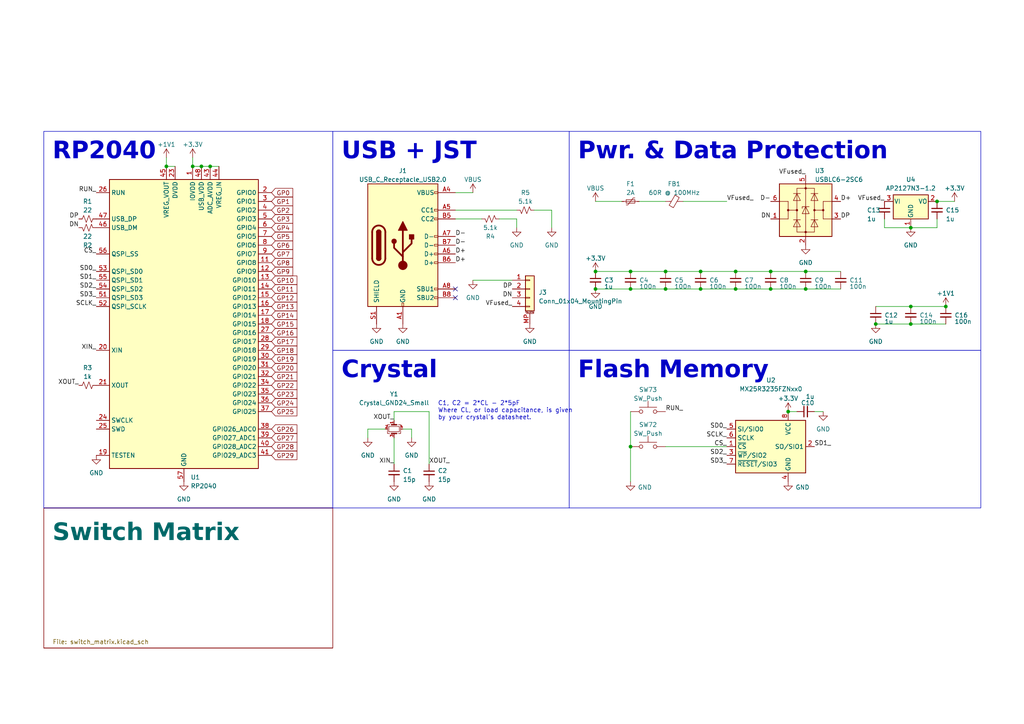
<source format=kicad_sch>
(kicad_sch (version 20230121) (generator eeschema)

  (uuid dea5f69c-d02e-47df-8e1a-a63949fabb21)

  (paper "A4")

  (lib_symbols
    (symbol "Connector:USB_C_Receptacle_USB2.0" (pin_names (offset 1.016)) (in_bom yes) (on_board yes)
      (property "Reference" "J" (at -10.16 19.05 0)
        (effects (font (size 1.27 1.27)) (justify left))
      )
      (property "Value" "USB_C_Receptacle_USB2.0" (at 19.05 19.05 0)
        (effects (font (size 1.27 1.27)) (justify right))
      )
      (property "Footprint" "" (at 3.81 0 0)
        (effects (font (size 1.27 1.27)) hide)
      )
      (property "Datasheet" "https://www.usb.org/sites/default/files/documents/usb_type-c.zip" (at 3.81 0 0)
        (effects (font (size 1.27 1.27)) hide)
      )
      (property "ki_keywords" "usb universal serial bus type-C USB2.0" (at 0 0 0)
        (effects (font (size 1.27 1.27)) hide)
      )
      (property "ki_description" "USB 2.0-only Type-C Receptacle connector" (at 0 0 0)
        (effects (font (size 1.27 1.27)) hide)
      )
      (property "ki_fp_filters" "USB*C*Receptacle*" (at 0 0 0)
        (effects (font (size 1.27 1.27)) hide)
      )
      (symbol "USB_C_Receptacle_USB2.0_0_0"
        (rectangle (start -0.254 -17.78) (end 0.254 -16.764)
          (stroke (width 0) (type default))
          (fill (type none))
        )
        (rectangle (start 10.16 -14.986) (end 9.144 -15.494)
          (stroke (width 0) (type default))
          (fill (type none))
        )
        (rectangle (start 10.16 -12.446) (end 9.144 -12.954)
          (stroke (width 0) (type default))
          (fill (type none))
        )
        (rectangle (start 10.16 -4.826) (end 9.144 -5.334)
          (stroke (width 0) (type default))
          (fill (type none))
        )
        (rectangle (start 10.16 -2.286) (end 9.144 -2.794)
          (stroke (width 0) (type default))
          (fill (type none))
        )
        (rectangle (start 10.16 0.254) (end 9.144 -0.254)
          (stroke (width 0) (type default))
          (fill (type none))
        )
        (rectangle (start 10.16 2.794) (end 9.144 2.286)
          (stroke (width 0) (type default))
          (fill (type none))
        )
        (rectangle (start 10.16 7.874) (end 9.144 7.366)
          (stroke (width 0) (type default))
          (fill (type none))
        )
        (rectangle (start 10.16 10.414) (end 9.144 9.906)
          (stroke (width 0) (type default))
          (fill (type none))
        )
        (rectangle (start 10.16 15.494) (end 9.144 14.986)
          (stroke (width 0) (type default))
          (fill (type none))
        )
      )
      (symbol "USB_C_Receptacle_USB2.0_0_1"
        (rectangle (start -10.16 17.78) (end 10.16 -17.78)
          (stroke (width 0.254) (type default))
          (fill (type background))
        )
        (arc (start -8.89 -3.81) (mid -6.985 -5.7067) (end -5.08 -3.81)
          (stroke (width 0.508) (type default))
          (fill (type none))
        )
        (arc (start -7.62 -3.81) (mid -6.985 -4.4423) (end -6.35 -3.81)
          (stroke (width 0.254) (type default))
          (fill (type none))
        )
        (arc (start -7.62 -3.81) (mid -6.985 -4.4423) (end -6.35 -3.81)
          (stroke (width 0.254) (type default))
          (fill (type outline))
        )
        (rectangle (start -7.62 -3.81) (end -6.35 3.81)
          (stroke (width 0.254) (type default))
          (fill (type outline))
        )
        (arc (start -6.35 3.81) (mid -6.985 4.4423) (end -7.62 3.81)
          (stroke (width 0.254) (type default))
          (fill (type none))
        )
        (arc (start -6.35 3.81) (mid -6.985 4.4423) (end -7.62 3.81)
          (stroke (width 0.254) (type default))
          (fill (type outline))
        )
        (arc (start -5.08 3.81) (mid -6.985 5.7067) (end -8.89 3.81)
          (stroke (width 0.508) (type default))
          (fill (type none))
        )
        (circle (center -2.54 1.143) (radius 0.635)
          (stroke (width 0.254) (type default))
          (fill (type outline))
        )
        (circle (center 0 -5.842) (radius 1.27)
          (stroke (width 0) (type default))
          (fill (type outline))
        )
        (polyline
          (pts
            (xy -8.89 -3.81)
            (xy -8.89 3.81)
          )
          (stroke (width 0.508) (type default))
          (fill (type none))
        )
        (polyline
          (pts
            (xy -5.08 3.81)
            (xy -5.08 -3.81)
          )
          (stroke (width 0.508) (type default))
          (fill (type none))
        )
        (polyline
          (pts
            (xy 0 -5.842)
            (xy 0 4.318)
          )
          (stroke (width 0.508) (type default))
          (fill (type none))
        )
        (polyline
          (pts
            (xy 0 -3.302)
            (xy -2.54 -0.762)
            (xy -2.54 0.508)
          )
          (stroke (width 0.508) (type default))
          (fill (type none))
        )
        (polyline
          (pts
            (xy 0 -2.032)
            (xy 2.54 0.508)
            (xy 2.54 1.778)
          )
          (stroke (width 0.508) (type default))
          (fill (type none))
        )
        (polyline
          (pts
            (xy -1.27 4.318)
            (xy 0 6.858)
            (xy 1.27 4.318)
            (xy -1.27 4.318)
          )
          (stroke (width 0.254) (type default))
          (fill (type outline))
        )
        (rectangle (start 1.905 1.778) (end 3.175 3.048)
          (stroke (width 0.254) (type default))
          (fill (type outline))
        )
      )
      (symbol "USB_C_Receptacle_USB2.0_1_1"
        (pin passive line (at 0 -22.86 90) (length 5.08)
          (name "GND" (effects (font (size 1.27 1.27))))
          (number "A1" (effects (font (size 1.27 1.27))))
        )
        (pin passive line (at 0 -22.86 90) (length 5.08) hide
          (name "GND" (effects (font (size 1.27 1.27))))
          (number "A12" (effects (font (size 1.27 1.27))))
        )
        (pin passive line (at 15.24 15.24 180) (length 5.08)
          (name "VBUS" (effects (font (size 1.27 1.27))))
          (number "A4" (effects (font (size 1.27 1.27))))
        )
        (pin bidirectional line (at 15.24 10.16 180) (length 5.08)
          (name "CC1" (effects (font (size 1.27 1.27))))
          (number "A5" (effects (font (size 1.27 1.27))))
        )
        (pin bidirectional line (at 15.24 -2.54 180) (length 5.08)
          (name "D+" (effects (font (size 1.27 1.27))))
          (number "A6" (effects (font (size 1.27 1.27))))
        )
        (pin bidirectional line (at 15.24 2.54 180) (length 5.08)
          (name "D-" (effects (font (size 1.27 1.27))))
          (number "A7" (effects (font (size 1.27 1.27))))
        )
        (pin bidirectional line (at 15.24 -12.7 180) (length 5.08)
          (name "SBU1" (effects (font (size 1.27 1.27))))
          (number "A8" (effects (font (size 1.27 1.27))))
        )
        (pin passive line (at 15.24 15.24 180) (length 5.08) hide
          (name "VBUS" (effects (font (size 1.27 1.27))))
          (number "A9" (effects (font (size 1.27 1.27))))
        )
        (pin passive line (at 0 -22.86 90) (length 5.08) hide
          (name "GND" (effects (font (size 1.27 1.27))))
          (number "B1" (effects (font (size 1.27 1.27))))
        )
        (pin passive line (at 0 -22.86 90) (length 5.08) hide
          (name "GND" (effects (font (size 1.27 1.27))))
          (number "B12" (effects (font (size 1.27 1.27))))
        )
        (pin passive line (at 15.24 15.24 180) (length 5.08) hide
          (name "VBUS" (effects (font (size 1.27 1.27))))
          (number "B4" (effects (font (size 1.27 1.27))))
        )
        (pin bidirectional line (at 15.24 7.62 180) (length 5.08)
          (name "CC2" (effects (font (size 1.27 1.27))))
          (number "B5" (effects (font (size 1.27 1.27))))
        )
        (pin bidirectional line (at 15.24 -5.08 180) (length 5.08)
          (name "D+" (effects (font (size 1.27 1.27))))
          (number "B6" (effects (font (size 1.27 1.27))))
        )
        (pin bidirectional line (at 15.24 0 180) (length 5.08)
          (name "D-" (effects (font (size 1.27 1.27))))
          (number "B7" (effects (font (size 1.27 1.27))))
        )
        (pin bidirectional line (at 15.24 -15.24 180) (length 5.08)
          (name "SBU2" (effects (font (size 1.27 1.27))))
          (number "B8" (effects (font (size 1.27 1.27))))
        )
        (pin passive line (at 15.24 15.24 180) (length 5.08) hide
          (name "VBUS" (effects (font (size 1.27 1.27))))
          (number "B9" (effects (font (size 1.27 1.27))))
        )
        (pin passive line (at -7.62 -22.86 90) (length 5.08)
          (name "SHIELD" (effects (font (size 1.27 1.27))))
          (number "S1" (effects (font (size 1.27 1.27))))
        )
      )
    )
    (symbol "Connector_Generic_MountingPin:Conn_01x04_MountingPin" (pin_names (offset 1.016) hide) (in_bom yes) (on_board yes)
      (property "Reference" "J" (at 0 5.08 0)
        (effects (font (size 1.27 1.27)))
      )
      (property "Value" "Conn_01x04_MountingPin" (at 1.27 -7.62 0)
        (effects (font (size 1.27 1.27)) (justify left))
      )
      (property "Footprint" "" (at 0 0 0)
        (effects (font (size 1.27 1.27)) hide)
      )
      (property "Datasheet" "~" (at 0 0 0)
        (effects (font (size 1.27 1.27)) hide)
      )
      (property "ki_keywords" "connector" (at 0 0 0)
        (effects (font (size 1.27 1.27)) hide)
      )
      (property "ki_description" "Generic connectable mounting pin connector, single row, 01x04, script generated (kicad-library-utils/schlib/autogen/connector/)" (at 0 0 0)
        (effects (font (size 1.27 1.27)) hide)
      )
      (property "ki_fp_filters" "Connector*:*_1x??-1MP*" (at 0 0 0)
        (effects (font (size 1.27 1.27)) hide)
      )
      (symbol "Conn_01x04_MountingPin_1_1"
        (rectangle (start -1.27 -4.953) (end 0 -5.207)
          (stroke (width 0.1524) (type default))
          (fill (type none))
        )
        (rectangle (start -1.27 -2.413) (end 0 -2.667)
          (stroke (width 0.1524) (type default))
          (fill (type none))
        )
        (rectangle (start -1.27 0.127) (end 0 -0.127)
          (stroke (width 0.1524) (type default))
          (fill (type none))
        )
        (rectangle (start -1.27 2.667) (end 0 2.413)
          (stroke (width 0.1524) (type default))
          (fill (type none))
        )
        (rectangle (start -1.27 3.81) (end 1.27 -6.35)
          (stroke (width 0.254) (type default))
          (fill (type background))
        )
        (polyline
          (pts
            (xy -1.016 -7.112)
            (xy 1.016 -7.112)
          )
          (stroke (width 0.1524) (type default))
          (fill (type none))
        )
        (text "Mounting" (at 0 -6.731 0)
          (effects (font (size 0.381 0.381)))
        )
        (pin passive line (at -5.08 2.54 0) (length 3.81)
          (name "Pin_1" (effects (font (size 1.27 1.27))))
          (number "1" (effects (font (size 1.27 1.27))))
        )
        (pin passive line (at -5.08 0 0) (length 3.81)
          (name "Pin_2" (effects (font (size 1.27 1.27))))
          (number "2" (effects (font (size 1.27 1.27))))
        )
        (pin passive line (at -5.08 -2.54 0) (length 3.81)
          (name "Pin_3" (effects (font (size 1.27 1.27))))
          (number "3" (effects (font (size 1.27 1.27))))
        )
        (pin passive line (at -5.08 -5.08 0) (length 3.81)
          (name "Pin_4" (effects (font (size 1.27 1.27))))
          (number "4" (effects (font (size 1.27 1.27))))
        )
        (pin passive line (at 0 -10.16 90) (length 3.048)
          (name "MountPin" (effects (font (size 1.27 1.27))))
          (number "MP" (effects (font (size 1.27 1.27))))
        )
      )
    )
    (symbol "Device:C_Small" (pin_numbers hide) (pin_names (offset 0.254) hide) (in_bom yes) (on_board yes)
      (property "Reference" "C" (at 0.254 1.778 0)
        (effects (font (size 1.27 1.27)) (justify left))
      )
      (property "Value" "C_Small" (at 0.254 -2.032 0)
        (effects (font (size 1.27 1.27)) (justify left))
      )
      (property "Footprint" "" (at 0 0 0)
        (effects (font (size 1.27 1.27)) hide)
      )
      (property "Datasheet" "~" (at 0 0 0)
        (effects (font (size 1.27 1.27)) hide)
      )
      (property "ki_keywords" "capacitor cap" (at 0 0 0)
        (effects (font (size 1.27 1.27)) hide)
      )
      (property "ki_description" "Unpolarized capacitor, small symbol" (at 0 0 0)
        (effects (font (size 1.27 1.27)) hide)
      )
      (property "ki_fp_filters" "C_*" (at 0 0 0)
        (effects (font (size 1.27 1.27)) hide)
      )
      (symbol "C_Small_0_1"
        (polyline
          (pts
            (xy -1.524 -0.508)
            (xy 1.524 -0.508)
          )
          (stroke (width 0.3302) (type default))
          (fill (type none))
        )
        (polyline
          (pts
            (xy -1.524 0.508)
            (xy 1.524 0.508)
          )
          (stroke (width 0.3048) (type default))
          (fill (type none))
        )
      )
      (symbol "C_Small_1_1"
        (pin passive line (at 0 2.54 270) (length 2.032)
          (name "~" (effects (font (size 1.27 1.27))))
          (number "1" (effects (font (size 1.27 1.27))))
        )
        (pin passive line (at 0 -2.54 90) (length 2.032)
          (name "~" (effects (font (size 1.27 1.27))))
          (number "2" (effects (font (size 1.27 1.27))))
        )
      )
    )
    (symbol "Device:Crystal_GND24_Small" (pin_names (offset 1.016) hide) (in_bom yes) (on_board yes)
      (property "Reference" "Y" (at 1.27 4.445 0)
        (effects (font (size 1.27 1.27)) (justify left))
      )
      (property "Value" "Crystal_GND24_Small" (at 1.27 2.54 0)
        (effects (font (size 1.27 1.27)) (justify left))
      )
      (property "Footprint" "" (at 0 0 0)
        (effects (font (size 1.27 1.27)) hide)
      )
      (property "Datasheet" "~" (at 0 0 0)
        (effects (font (size 1.27 1.27)) hide)
      )
      (property "ki_keywords" "quartz ceramic resonator oscillator" (at 0 0 0)
        (effects (font (size 1.27 1.27)) hide)
      )
      (property "ki_description" "Four pin crystal, GND on pins 2 and 4, small symbol" (at 0 0 0)
        (effects (font (size 1.27 1.27)) hide)
      )
      (property "ki_fp_filters" "Crystal*" (at 0 0 0)
        (effects (font (size 1.27 1.27)) hide)
      )
      (symbol "Crystal_GND24_Small_0_1"
        (rectangle (start -0.762 -1.524) (end 0.762 1.524)
          (stroke (width 0) (type default))
          (fill (type none))
        )
        (polyline
          (pts
            (xy -1.27 -0.762)
            (xy -1.27 0.762)
          )
          (stroke (width 0.381) (type default))
          (fill (type none))
        )
        (polyline
          (pts
            (xy 1.27 -0.762)
            (xy 1.27 0.762)
          )
          (stroke (width 0.381) (type default))
          (fill (type none))
        )
        (polyline
          (pts
            (xy -1.27 -1.27)
            (xy -1.27 -1.905)
            (xy 1.27 -1.905)
            (xy 1.27 -1.27)
          )
          (stroke (width 0) (type default))
          (fill (type none))
        )
        (polyline
          (pts
            (xy -1.27 1.27)
            (xy -1.27 1.905)
            (xy 1.27 1.905)
            (xy 1.27 1.27)
          )
          (stroke (width 0) (type default))
          (fill (type none))
        )
      )
      (symbol "Crystal_GND24_Small_1_1"
        (pin passive line (at -2.54 0 0) (length 1.27)
          (name "1" (effects (font (size 1.27 1.27))))
          (number "1" (effects (font (size 0.762 0.762))))
        )
        (pin passive line (at 0 -2.54 90) (length 0.635)
          (name "2" (effects (font (size 1.27 1.27))))
          (number "2" (effects (font (size 0.762 0.762))))
        )
        (pin passive line (at 2.54 0 180) (length 1.27)
          (name "3" (effects (font (size 1.27 1.27))))
          (number "3" (effects (font (size 0.762 0.762))))
        )
        (pin passive line (at 0 2.54 270) (length 0.635)
          (name "4" (effects (font (size 1.27 1.27))))
          (number "4" (effects (font (size 0.762 0.762))))
        )
      )
    )
    (symbol "Device:FerriteBead_Small" (pin_numbers hide) (pin_names (offset 0)) (in_bom yes) (on_board yes)
      (property "Reference" "FB" (at 1.905 1.27 0)
        (effects (font (size 1.27 1.27)) (justify left))
      )
      (property "Value" "FerriteBead_Small" (at 1.905 -1.27 0)
        (effects (font (size 1.27 1.27)) (justify left))
      )
      (property "Footprint" "" (at -1.778 0 90)
        (effects (font (size 1.27 1.27)) hide)
      )
      (property "Datasheet" "~" (at 0 0 0)
        (effects (font (size 1.27 1.27)) hide)
      )
      (property "ki_keywords" "L ferrite bead inductor filter" (at 0 0 0)
        (effects (font (size 1.27 1.27)) hide)
      )
      (property "ki_description" "Ferrite bead, small symbol" (at 0 0 0)
        (effects (font (size 1.27 1.27)) hide)
      )
      (property "ki_fp_filters" "Inductor_* L_* *Ferrite*" (at 0 0 0)
        (effects (font (size 1.27 1.27)) hide)
      )
      (symbol "FerriteBead_Small_0_1"
        (polyline
          (pts
            (xy 0 -1.27)
            (xy 0 -0.7874)
          )
          (stroke (width 0) (type default))
          (fill (type none))
        )
        (polyline
          (pts
            (xy 0 0.889)
            (xy 0 1.2954)
          )
          (stroke (width 0) (type default))
          (fill (type none))
        )
        (polyline
          (pts
            (xy -1.8288 0.2794)
            (xy -1.1176 1.4986)
            (xy 1.8288 -0.2032)
            (xy 1.1176 -1.4224)
            (xy -1.8288 0.2794)
          )
          (stroke (width 0) (type default))
          (fill (type none))
        )
      )
      (symbol "FerriteBead_Small_1_1"
        (pin passive line (at 0 2.54 270) (length 1.27)
          (name "~" (effects (font (size 1.27 1.27))))
          (number "1" (effects (font (size 1.27 1.27))))
        )
        (pin passive line (at 0 -2.54 90) (length 1.27)
          (name "~" (effects (font (size 1.27 1.27))))
          (number "2" (effects (font (size 1.27 1.27))))
        )
      )
    )
    (symbol "Device:Polyfuse_Small" (pin_numbers hide) (pin_names (offset 0)) (in_bom yes) (on_board yes)
      (property "Reference" "F" (at -1.905 0 90)
        (effects (font (size 1.27 1.27)))
      )
      (property "Value" "Polyfuse_Small" (at 1.905 0 90)
        (effects (font (size 1.27 1.27)))
      )
      (property "Footprint" "" (at 1.27 -5.08 0)
        (effects (font (size 1.27 1.27)) (justify left) hide)
      )
      (property "Datasheet" "~" (at 0 0 0)
        (effects (font (size 1.27 1.27)) hide)
      )
      (property "ki_keywords" "resettable fuse PTC PPTC polyfuse polyswitch" (at 0 0 0)
        (effects (font (size 1.27 1.27)) hide)
      )
      (property "ki_description" "Resettable fuse, polymeric positive temperature coefficient, small symbol" (at 0 0 0)
        (effects (font (size 1.27 1.27)) hide)
      )
      (property "ki_fp_filters" "*polyfuse* *PTC*" (at 0 0 0)
        (effects (font (size 1.27 1.27)) hide)
      )
      (symbol "Polyfuse_Small_0_1"
        (rectangle (start -0.508 1.27) (end 0.508 -1.27)
          (stroke (width 0) (type default))
          (fill (type none))
        )
        (polyline
          (pts
            (xy 0 2.54)
            (xy 0 -2.54)
          )
          (stroke (width 0) (type default))
          (fill (type none))
        )
        (polyline
          (pts
            (xy -1.016 1.27)
            (xy -1.016 0.762)
            (xy 1.016 -0.762)
            (xy 1.016 -1.27)
          )
          (stroke (width 0) (type default))
          (fill (type none))
        )
      )
      (symbol "Polyfuse_Small_1_1"
        (pin passive line (at 0 2.54 270) (length 0.635)
          (name "~" (effects (font (size 1.27 1.27))))
          (number "1" (effects (font (size 1.27 1.27))))
        )
        (pin passive line (at 0 -2.54 90) (length 0.635)
          (name "~" (effects (font (size 1.27 1.27))))
          (number "2" (effects (font (size 1.27 1.27))))
        )
      )
    )
    (symbol "Device:R_Small_US" (pin_numbers hide) (pin_names (offset 0.254) hide) (in_bom yes) (on_board yes)
      (property "Reference" "R" (at 0.762 0.508 0)
        (effects (font (size 1.27 1.27)) (justify left))
      )
      (property "Value" "R_Small_US" (at 0.762 -1.016 0)
        (effects (font (size 1.27 1.27)) (justify left))
      )
      (property "Footprint" "" (at 0 0 0)
        (effects (font (size 1.27 1.27)) hide)
      )
      (property "Datasheet" "~" (at 0 0 0)
        (effects (font (size 1.27 1.27)) hide)
      )
      (property "ki_keywords" "r resistor" (at 0 0 0)
        (effects (font (size 1.27 1.27)) hide)
      )
      (property "ki_description" "Resistor, small US symbol" (at 0 0 0)
        (effects (font (size 1.27 1.27)) hide)
      )
      (property "ki_fp_filters" "R_*" (at 0 0 0)
        (effects (font (size 1.27 1.27)) hide)
      )
      (symbol "R_Small_US_1_1"
        (polyline
          (pts
            (xy 0 0)
            (xy 1.016 -0.381)
            (xy 0 -0.762)
            (xy -1.016 -1.143)
            (xy 0 -1.524)
          )
          (stroke (width 0) (type default))
          (fill (type none))
        )
        (polyline
          (pts
            (xy 0 1.524)
            (xy 1.016 1.143)
            (xy 0 0.762)
            (xy -1.016 0.381)
            (xy 0 0)
          )
          (stroke (width 0) (type default))
          (fill (type none))
        )
        (pin passive line (at 0 2.54 270) (length 1.016)
          (name "~" (effects (font (size 1.27 1.27))))
          (number "1" (effects (font (size 1.27 1.27))))
        )
        (pin passive line (at 0 -2.54 90) (length 1.016)
          (name "~" (effects (font (size 1.27 1.27))))
          (number "2" (effects (font (size 1.27 1.27))))
        )
      )
    )
    (symbol "MCU_RaspberryPi:RP2040" (in_bom yes) (on_board yes)
      (property "Reference" "U" (at 17.78 45.72 0)
        (effects (font (size 1.27 1.27)))
      )
      (property "Value" "RP2040" (at 17.78 43.18 0)
        (effects (font (size 1.27 1.27)))
      )
      (property "Footprint" "Package_DFN_QFN:QFN-56-1EP_7x7mm_P0.4mm_EP3.2x3.2mm" (at 0 0 0)
        (effects (font (size 1.27 1.27)) hide)
      )
      (property "Datasheet" "https://datasheets.raspberrypi.com/rp2040/rp2040-datasheet.pdf" (at 0 0 0)
        (effects (font (size 1.27 1.27)) hide)
      )
      (property "ki_keywords" "RP2040 ARM Cortex-M0+ USB" (at 0 0 0)
        (effects (font (size 1.27 1.27)) hide)
      )
      (property "ki_description" "A microcontroller by Raspberry Pi" (at 0 0 0)
        (effects (font (size 1.27 1.27)) hide)
      )
      (property "ki_fp_filters" "QFN*7x7mm?P0.4mm?EP3.2x3.2mm*" (at 0 0 0)
        (effects (font (size 1.27 1.27)) hide)
      )
      (symbol "RP2040_0_1"
        (rectangle (start -21.59 41.91) (end 21.59 -41.91)
          (stroke (width 0.254) (type default))
          (fill (type background))
        )
      )
      (symbol "RP2040_1_1"
        (pin power_in line (at 2.54 45.72 270) (length 3.81)
          (name "IOVDD" (effects (font (size 1.27 1.27))))
          (number "1" (effects (font (size 1.27 1.27))))
        )
        (pin passive line (at 2.54 45.72 270) (length 3.81) hide
          (name "IOVDD" (effects (font (size 1.27 1.27))))
          (number "10" (effects (font (size 1.27 1.27))))
        )
        (pin bidirectional line (at 25.4 17.78 180) (length 3.81)
          (name "GPIO8" (effects (font (size 1.27 1.27))))
          (number "11" (effects (font (size 1.27 1.27))))
        )
        (pin bidirectional line (at 25.4 15.24 180) (length 3.81)
          (name "GPIO9" (effects (font (size 1.27 1.27))))
          (number "12" (effects (font (size 1.27 1.27))))
        )
        (pin bidirectional line (at 25.4 12.7 180) (length 3.81)
          (name "GPIO10" (effects (font (size 1.27 1.27))))
          (number "13" (effects (font (size 1.27 1.27))))
        )
        (pin bidirectional line (at 25.4 10.16 180) (length 3.81)
          (name "GPIO11" (effects (font (size 1.27 1.27))))
          (number "14" (effects (font (size 1.27 1.27))))
        )
        (pin bidirectional line (at 25.4 7.62 180) (length 3.81)
          (name "GPIO12" (effects (font (size 1.27 1.27))))
          (number "15" (effects (font (size 1.27 1.27))))
        )
        (pin bidirectional line (at 25.4 5.08 180) (length 3.81)
          (name "GPIO13" (effects (font (size 1.27 1.27))))
          (number "16" (effects (font (size 1.27 1.27))))
        )
        (pin bidirectional line (at 25.4 2.54 180) (length 3.81)
          (name "GPIO14" (effects (font (size 1.27 1.27))))
          (number "17" (effects (font (size 1.27 1.27))))
        )
        (pin bidirectional line (at 25.4 0 180) (length 3.81)
          (name "GPIO15" (effects (font (size 1.27 1.27))))
          (number "18" (effects (font (size 1.27 1.27))))
        )
        (pin input line (at -25.4 -38.1 0) (length 3.81)
          (name "TESTEN" (effects (font (size 1.27 1.27))))
          (number "19" (effects (font (size 1.27 1.27))))
        )
        (pin bidirectional line (at 25.4 38.1 180) (length 3.81)
          (name "GPIO0" (effects (font (size 1.27 1.27))))
          (number "2" (effects (font (size 1.27 1.27))))
        )
        (pin input line (at -25.4 -7.62 0) (length 3.81)
          (name "XIN" (effects (font (size 1.27 1.27))))
          (number "20" (effects (font (size 1.27 1.27))))
        )
        (pin passive line (at -25.4 -17.78 0) (length 3.81)
          (name "XOUT" (effects (font (size 1.27 1.27))))
          (number "21" (effects (font (size 1.27 1.27))))
        )
        (pin passive line (at 2.54 45.72 270) (length 3.81) hide
          (name "IOVDD" (effects (font (size 1.27 1.27))))
          (number "22" (effects (font (size 1.27 1.27))))
        )
        (pin power_in line (at -2.54 45.72 270) (length 3.81)
          (name "DVDD" (effects (font (size 1.27 1.27))))
          (number "23" (effects (font (size 1.27 1.27))))
        )
        (pin output line (at -25.4 -27.94 0) (length 3.81)
          (name "SWCLK" (effects (font (size 1.27 1.27))))
          (number "24" (effects (font (size 1.27 1.27))))
        )
        (pin bidirectional line (at -25.4 -30.48 0) (length 3.81)
          (name "SWD" (effects (font (size 1.27 1.27))))
          (number "25" (effects (font (size 1.27 1.27))))
        )
        (pin input line (at -25.4 38.1 0) (length 3.81)
          (name "RUN" (effects (font (size 1.27 1.27))))
          (number "26" (effects (font (size 1.27 1.27))))
        )
        (pin bidirectional line (at 25.4 -2.54 180) (length 3.81)
          (name "GPIO16" (effects (font (size 1.27 1.27))))
          (number "27" (effects (font (size 1.27 1.27))))
        )
        (pin bidirectional line (at 25.4 -5.08 180) (length 3.81)
          (name "GPIO17" (effects (font (size 1.27 1.27))))
          (number "28" (effects (font (size 1.27 1.27))))
        )
        (pin bidirectional line (at 25.4 -7.62 180) (length 3.81)
          (name "GPIO18" (effects (font (size 1.27 1.27))))
          (number "29" (effects (font (size 1.27 1.27))))
        )
        (pin bidirectional line (at 25.4 35.56 180) (length 3.81)
          (name "GPIO1" (effects (font (size 1.27 1.27))))
          (number "3" (effects (font (size 1.27 1.27))))
        )
        (pin bidirectional line (at 25.4 -10.16 180) (length 3.81)
          (name "GPIO19" (effects (font (size 1.27 1.27))))
          (number "30" (effects (font (size 1.27 1.27))))
        )
        (pin bidirectional line (at 25.4 -12.7 180) (length 3.81)
          (name "GPIO20" (effects (font (size 1.27 1.27))))
          (number "31" (effects (font (size 1.27 1.27))))
        )
        (pin bidirectional line (at 25.4 -15.24 180) (length 3.81)
          (name "GPIO21" (effects (font (size 1.27 1.27))))
          (number "32" (effects (font (size 1.27 1.27))))
        )
        (pin passive line (at 2.54 45.72 270) (length 3.81) hide
          (name "IOVDD" (effects (font (size 1.27 1.27))))
          (number "33" (effects (font (size 1.27 1.27))))
        )
        (pin bidirectional line (at 25.4 -17.78 180) (length 3.81)
          (name "GPIO22" (effects (font (size 1.27 1.27))))
          (number "34" (effects (font (size 1.27 1.27))))
        )
        (pin bidirectional line (at 25.4 -20.32 180) (length 3.81)
          (name "GPIO23" (effects (font (size 1.27 1.27))))
          (number "35" (effects (font (size 1.27 1.27))))
        )
        (pin bidirectional line (at 25.4 -22.86 180) (length 3.81)
          (name "GPIO24" (effects (font (size 1.27 1.27))))
          (number "36" (effects (font (size 1.27 1.27))))
        )
        (pin bidirectional line (at 25.4 -25.4 180) (length 3.81)
          (name "GPIO25" (effects (font (size 1.27 1.27))))
          (number "37" (effects (font (size 1.27 1.27))))
        )
        (pin bidirectional line (at 25.4 -30.48 180) (length 3.81)
          (name "GPIO26_ADC0" (effects (font (size 1.27 1.27))))
          (number "38" (effects (font (size 1.27 1.27))))
        )
        (pin bidirectional line (at 25.4 -33.02 180) (length 3.81)
          (name "GPIO27_ADC1" (effects (font (size 1.27 1.27))))
          (number "39" (effects (font (size 1.27 1.27))))
        )
        (pin bidirectional line (at 25.4 33.02 180) (length 3.81)
          (name "GPIO2" (effects (font (size 1.27 1.27))))
          (number "4" (effects (font (size 1.27 1.27))))
        )
        (pin bidirectional line (at 25.4 -35.56 180) (length 3.81)
          (name "GPIO28_ADC2" (effects (font (size 1.27 1.27))))
          (number "40" (effects (font (size 1.27 1.27))))
        )
        (pin bidirectional line (at 25.4 -38.1 180) (length 3.81)
          (name "GPIO29_ADC3" (effects (font (size 1.27 1.27))))
          (number "41" (effects (font (size 1.27 1.27))))
        )
        (pin passive line (at 2.54 45.72 270) (length 3.81) hide
          (name "IOVDD" (effects (font (size 1.27 1.27))))
          (number "42" (effects (font (size 1.27 1.27))))
        )
        (pin power_in line (at 7.62 45.72 270) (length 3.81)
          (name "ADC_AVDD" (effects (font (size 1.27 1.27))))
          (number "43" (effects (font (size 1.27 1.27))))
        )
        (pin power_in line (at 10.16 45.72 270) (length 3.81)
          (name "VREG_IN" (effects (font (size 1.27 1.27))))
          (number "44" (effects (font (size 1.27 1.27))))
        )
        (pin power_out line (at -5.08 45.72 270) (length 3.81)
          (name "VREG_VOUT" (effects (font (size 1.27 1.27))))
          (number "45" (effects (font (size 1.27 1.27))))
        )
        (pin bidirectional line (at -25.4 27.94 0) (length 3.81)
          (name "USB_DM" (effects (font (size 1.27 1.27))))
          (number "46" (effects (font (size 1.27 1.27))))
        )
        (pin bidirectional line (at -25.4 30.48 0) (length 3.81)
          (name "USB_DP" (effects (font (size 1.27 1.27))))
          (number "47" (effects (font (size 1.27 1.27))))
        )
        (pin power_in line (at 5.08 45.72 270) (length 3.81)
          (name "USB_VDD" (effects (font (size 1.27 1.27))))
          (number "48" (effects (font (size 1.27 1.27))))
        )
        (pin passive line (at 2.54 45.72 270) (length 3.81) hide
          (name "IOVDD" (effects (font (size 1.27 1.27))))
          (number "49" (effects (font (size 1.27 1.27))))
        )
        (pin bidirectional line (at 25.4 30.48 180) (length 3.81)
          (name "GPIO3" (effects (font (size 1.27 1.27))))
          (number "5" (effects (font (size 1.27 1.27))))
        )
        (pin passive line (at -2.54 45.72 270) (length 3.81) hide
          (name "DVDD" (effects (font (size 1.27 1.27))))
          (number "50" (effects (font (size 1.27 1.27))))
        )
        (pin bidirectional line (at -25.4 7.62 0) (length 3.81)
          (name "QSPI_SD3" (effects (font (size 1.27 1.27))))
          (number "51" (effects (font (size 1.27 1.27))))
        )
        (pin output line (at -25.4 5.08 0) (length 3.81)
          (name "QSPI_SCLK" (effects (font (size 1.27 1.27))))
          (number "52" (effects (font (size 1.27 1.27))))
        )
        (pin bidirectional line (at -25.4 15.24 0) (length 3.81)
          (name "QSPI_SD0" (effects (font (size 1.27 1.27))))
          (number "53" (effects (font (size 1.27 1.27))))
        )
        (pin bidirectional line (at -25.4 10.16 0) (length 3.81)
          (name "QSPI_SD2" (effects (font (size 1.27 1.27))))
          (number "54" (effects (font (size 1.27 1.27))))
        )
        (pin bidirectional line (at -25.4 12.7 0) (length 3.81)
          (name "QSPI_SD1" (effects (font (size 1.27 1.27))))
          (number "55" (effects (font (size 1.27 1.27))))
        )
        (pin bidirectional line (at -25.4 20.32 0) (length 3.81)
          (name "QSPI_SS" (effects (font (size 1.27 1.27))))
          (number "56" (effects (font (size 1.27 1.27))))
        )
        (pin power_in line (at 0 -45.72 90) (length 3.81)
          (name "GND" (effects (font (size 1.27 1.27))))
          (number "57" (effects (font (size 1.27 1.27))))
        )
        (pin bidirectional line (at 25.4 27.94 180) (length 3.81)
          (name "GPIO4" (effects (font (size 1.27 1.27))))
          (number "6" (effects (font (size 1.27 1.27))))
        )
        (pin bidirectional line (at 25.4 25.4 180) (length 3.81)
          (name "GPIO5" (effects (font (size 1.27 1.27))))
          (number "7" (effects (font (size 1.27 1.27))))
        )
        (pin bidirectional line (at 25.4 22.86 180) (length 3.81)
          (name "GPIO6" (effects (font (size 1.27 1.27))))
          (number "8" (effects (font (size 1.27 1.27))))
        )
        (pin bidirectional line (at 25.4 20.32 180) (length 3.81)
          (name "GPIO7" (effects (font (size 1.27 1.27))))
          (number "9" (effects (font (size 1.27 1.27))))
        )
      )
    )
    (symbol "Memory_Flash:MX25R3235FZNxx0" (in_bom yes) (on_board yes)
      (property "Reference" "U" (at -8.89 8.89 0)
        (effects (font (size 1.27 1.27)))
      )
      (property "Value" "MX25R3235FZNxx0" (at 15.24 8.89 0)
        (effects (font (size 1.27 1.27)))
      )
      (property "Footprint" "Package_SON:WSON-8-1EP_6x5mm_P1.27mm_EP3.4x4mm" (at 0 -15.24 0)
        (effects (font (size 1.27 1.27)) hide)
      )
      (property "Datasheet" "http://www.macronix.com/Lists/Datasheet/Attachments/7534/MX25R3235F,%20Wide%20Range,%2032Mb,%20v1.6.pdf" (at 0 0 0)
        (effects (font (size 1.27 1.27)) hide)
      )
      (property "ki_keywords" "SPI 32Mbit 1.65V-3.6V" (at 0 0 0)
        (effects (font (size 1.27 1.27)) hide)
      )
      (property "ki_description" "32-Mbit, Wide Range Voltage SPI Serial Flash Memory, WSON-8" (at 0 0 0)
        (effects (font (size 1.27 1.27)) hide)
      )
      (property "ki_fp_filters" "WSON*1EP*6x5mm*P1.27mm*" (at 0 0 0)
        (effects (font (size 1.27 1.27)) hide)
      )
      (symbol "MX25R3235FZNxx0_1_1"
        (rectangle (start -10.16 7.62) (end 10.16 -7.62)
          (stroke (width 0.254) (type default))
          (fill (type background))
        )
        (pin input line (at -12.7 0 0) (length 2.54)
          (name "~{CS}" (effects (font (size 1.27 1.27))))
          (number "1" (effects (font (size 1.27 1.27))))
        )
        (pin bidirectional line (at 12.7 0 180) (length 2.54)
          (name "SO/SIO1" (effects (font (size 1.27 1.27))))
          (number "2" (effects (font (size 1.27 1.27))))
        )
        (pin bidirectional line (at -12.7 -2.54 0) (length 2.54)
          (name "~{WP}/SIO2" (effects (font (size 1.27 1.27))))
          (number "3" (effects (font (size 1.27 1.27))))
        )
        (pin power_in line (at 5.08 -10.16 90) (length 2.54)
          (name "GND" (effects (font (size 1.27 1.27))))
          (number "4" (effects (font (size 1.27 1.27))))
        )
        (pin bidirectional line (at -12.7 5.08 0) (length 2.54)
          (name "SI/SIO0" (effects (font (size 1.27 1.27))))
          (number "5" (effects (font (size 1.27 1.27))))
        )
        (pin input line (at -12.7 2.54 0) (length 2.54)
          (name "SCLK" (effects (font (size 1.27 1.27))))
          (number "6" (effects (font (size 1.27 1.27))))
        )
        (pin bidirectional line (at -12.7 -5.08 0) (length 2.54)
          (name "~{RESET}/SIO3" (effects (font (size 1.27 1.27))))
          (number "7" (effects (font (size 1.27 1.27))))
        )
        (pin power_in line (at 5.08 10.16 270) (length 2.54)
          (name "VCC" (effects (font (size 1.27 1.27))))
          (number "8" (effects (font (size 1.27 1.27))))
        )
        (pin passive line (at 5.08 -10.16 90) (length 2.54) hide
          (name "GND" (effects (font (size 1.27 1.27))))
          (number "9" (effects (font (size 1.27 1.27))))
        )
      )
    )
    (symbol "Power_Protection:USBLC6-2SC6" (pin_names hide) (in_bom yes) (on_board yes)
      (property "Reference" "U" (at 2.54 8.89 0)
        (effects (font (size 1.27 1.27)) (justify left))
      )
      (property "Value" "USBLC6-2SC6" (at 2.54 -8.89 0)
        (effects (font (size 1.27 1.27)) (justify left))
      )
      (property "Footprint" "Package_TO_SOT_SMD:SOT-23-6" (at 0 -12.7 0)
        (effects (font (size 1.27 1.27)) hide)
      )
      (property "Datasheet" "https://www.st.com/resource/en/datasheet/usblc6-2.pdf" (at 5.08 8.89 0)
        (effects (font (size 1.27 1.27)) hide)
      )
      (property "ki_keywords" "usb ethernet video" (at 0 0 0)
        (effects (font (size 1.27 1.27)) hide)
      )
      (property "ki_description" "Very low capacitance ESD protection diode, 2 data-line, SOT-23-6" (at 0 0 0)
        (effects (font (size 1.27 1.27)) hide)
      )
      (property "ki_fp_filters" "SOT?23*" (at 0 0 0)
        (effects (font (size 1.27 1.27)) hide)
      )
      (symbol "USBLC6-2SC6_0_1"
        (rectangle (start -7.62 -7.62) (end 7.62 7.62)
          (stroke (width 0.254) (type default))
          (fill (type background))
        )
        (circle (center -5.08 0) (radius 0.254)
          (stroke (width 0) (type default))
          (fill (type outline))
        )
        (circle (center -2.54 0) (radius 0.254)
          (stroke (width 0) (type default))
          (fill (type outline))
        )
        (rectangle (start -2.54 6.35) (end 2.54 -6.35)
          (stroke (width 0) (type default))
          (fill (type none))
        )
        (circle (center 0 -6.35) (radius 0.254)
          (stroke (width 0) (type default))
          (fill (type outline))
        )
        (polyline
          (pts
            (xy -5.08 -2.54)
            (xy -7.62 -2.54)
          )
          (stroke (width 0) (type default))
          (fill (type none))
        )
        (polyline
          (pts
            (xy -5.08 0)
            (xy -5.08 -2.54)
          )
          (stroke (width 0) (type default))
          (fill (type none))
        )
        (polyline
          (pts
            (xy -5.08 2.54)
            (xy -7.62 2.54)
          )
          (stroke (width 0) (type default))
          (fill (type none))
        )
        (polyline
          (pts
            (xy -1.524 -2.794)
            (xy -3.556 -2.794)
          )
          (stroke (width 0) (type default))
          (fill (type none))
        )
        (polyline
          (pts
            (xy -1.524 4.826)
            (xy -3.556 4.826)
          )
          (stroke (width 0) (type default))
          (fill (type none))
        )
        (polyline
          (pts
            (xy 0 -7.62)
            (xy 0 -6.35)
          )
          (stroke (width 0) (type default))
          (fill (type none))
        )
        (polyline
          (pts
            (xy 0 -6.35)
            (xy 0 1.27)
          )
          (stroke (width 0) (type default))
          (fill (type none))
        )
        (polyline
          (pts
            (xy 0 1.27)
            (xy 0 6.35)
          )
          (stroke (width 0) (type default))
          (fill (type none))
        )
        (polyline
          (pts
            (xy 0 6.35)
            (xy 0 7.62)
          )
          (stroke (width 0) (type default))
          (fill (type none))
        )
        (polyline
          (pts
            (xy 1.524 -2.794)
            (xy 3.556 -2.794)
          )
          (stroke (width 0) (type default))
          (fill (type none))
        )
        (polyline
          (pts
            (xy 1.524 4.826)
            (xy 3.556 4.826)
          )
          (stroke (width 0) (type default))
          (fill (type none))
        )
        (polyline
          (pts
            (xy 5.08 -2.54)
            (xy 7.62 -2.54)
          )
          (stroke (width 0) (type default))
          (fill (type none))
        )
        (polyline
          (pts
            (xy 5.08 0)
            (xy 5.08 -2.54)
          )
          (stroke (width 0) (type default))
          (fill (type none))
        )
        (polyline
          (pts
            (xy 5.08 2.54)
            (xy 7.62 2.54)
          )
          (stroke (width 0) (type default))
          (fill (type none))
        )
        (polyline
          (pts
            (xy -2.54 0)
            (xy -5.08 0)
            (xy -5.08 2.54)
          )
          (stroke (width 0) (type default))
          (fill (type none))
        )
        (polyline
          (pts
            (xy 2.54 0)
            (xy 5.08 0)
            (xy 5.08 2.54)
          )
          (stroke (width 0) (type default))
          (fill (type none))
        )
        (polyline
          (pts
            (xy -3.556 -4.826)
            (xy -1.524 -4.826)
            (xy -2.54 -2.794)
            (xy -3.556 -4.826)
          )
          (stroke (width 0) (type default))
          (fill (type none))
        )
        (polyline
          (pts
            (xy -3.556 2.794)
            (xy -1.524 2.794)
            (xy -2.54 4.826)
            (xy -3.556 2.794)
          )
          (stroke (width 0) (type default))
          (fill (type none))
        )
        (polyline
          (pts
            (xy -1.016 -1.016)
            (xy 1.016 -1.016)
            (xy 0 1.016)
            (xy -1.016 -1.016)
          )
          (stroke (width 0) (type default))
          (fill (type none))
        )
        (polyline
          (pts
            (xy 1.016 1.016)
            (xy 0.762 1.016)
            (xy -1.016 1.016)
            (xy -1.016 0.508)
          )
          (stroke (width 0) (type default))
          (fill (type none))
        )
        (polyline
          (pts
            (xy 3.556 -4.826)
            (xy 1.524 -4.826)
            (xy 2.54 -2.794)
            (xy 3.556 -4.826)
          )
          (stroke (width 0) (type default))
          (fill (type none))
        )
        (polyline
          (pts
            (xy 3.556 2.794)
            (xy 1.524 2.794)
            (xy 2.54 4.826)
            (xy 3.556 2.794)
          )
          (stroke (width 0) (type default))
          (fill (type none))
        )
        (circle (center 0 6.35) (radius 0.254)
          (stroke (width 0) (type default))
          (fill (type outline))
        )
        (circle (center 2.54 0) (radius 0.254)
          (stroke (width 0) (type default))
          (fill (type outline))
        )
        (circle (center 5.08 0) (radius 0.254)
          (stroke (width 0) (type default))
          (fill (type outline))
        )
      )
      (symbol "USBLC6-2SC6_1_1"
        (pin passive line (at -10.16 -2.54 0) (length 2.54)
          (name "I/O1" (effects (font (size 1.27 1.27))))
          (number "1" (effects (font (size 1.27 1.27))))
        )
        (pin passive line (at 0 -10.16 90) (length 2.54)
          (name "GND" (effects (font (size 1.27 1.27))))
          (number "2" (effects (font (size 1.27 1.27))))
        )
        (pin passive line (at 10.16 -2.54 180) (length 2.54)
          (name "I/O2" (effects (font (size 1.27 1.27))))
          (number "3" (effects (font (size 1.27 1.27))))
        )
        (pin passive line (at 10.16 2.54 180) (length 2.54)
          (name "I/O2" (effects (font (size 1.27 1.27))))
          (number "4" (effects (font (size 1.27 1.27))))
        )
        (pin passive line (at 0 10.16 270) (length 2.54)
          (name "VBUS" (effects (font (size 1.27 1.27))))
          (number "5" (effects (font (size 1.27 1.27))))
        )
        (pin passive line (at -10.16 2.54 0) (length 2.54)
          (name "I/O1" (effects (font (size 1.27 1.27))))
          (number "6" (effects (font (size 1.27 1.27))))
        )
      )
    )
    (symbol "Regulator_Linear:AP2127N3-1.2" (pin_names (offset 0.254)) (in_bom yes) (on_board yes)
      (property "Reference" "U" (at -3.81 3.175 0)
        (effects (font (size 1.27 1.27)))
      )
      (property "Value" "AP2127N3-1.2" (at 0 3.175 0)
        (effects (font (size 1.27 1.27)) (justify left))
      )
      (property "Footprint" "Package_TO_SOT_SMD:TSOT-23" (at 0 5.715 0)
        (effects (font (size 1.27 1.27) italic) hide)
      )
      (property "Datasheet" "https://www.diodes.com/assets/Datasheets/AP2127.pdf" (at 0 0 0)
        (effects (font (size 1.27 1.27)) hide)
      )
      (property "ki_keywords" "linear regulator ldo fixed positive" (at 0 0 0)
        (effects (font (size 1.27 1.27)) hide)
      )
      (property "ki_description" "300mA low dropout linear regulator, shutdown pin, 2.5V-6V input voltage, 1.2V fixed positive output, SOT-23-3 package" (at 0 0 0)
        (effects (font (size 1.27 1.27)) hide)
      )
      (property "ki_fp_filters" "TSOT?23*" (at 0 0 0)
        (effects (font (size 1.27 1.27)) hide)
      )
      (symbol "AP2127N3-1.2_0_1"
        (rectangle (start -5.08 1.905) (end 5.08 -5.08)
          (stroke (width 0.254) (type default))
          (fill (type background))
        )
      )
      (symbol "AP2127N3-1.2_1_1"
        (pin power_in line (at 0 -7.62 90) (length 2.54)
          (name "GND" (effects (font (size 1.27 1.27))))
          (number "1" (effects (font (size 1.27 1.27))))
        )
        (pin power_out line (at 7.62 0 180) (length 2.54)
          (name "VO" (effects (font (size 1.27 1.27))))
          (number "2" (effects (font (size 1.27 1.27))))
        )
        (pin power_in line (at -7.62 0 0) (length 2.54)
          (name "VI" (effects (font (size 1.27 1.27))))
          (number "3" (effects (font (size 1.27 1.27))))
        )
      )
    )
    (symbol "Switch:SW_Push" (pin_numbers hide) (pin_names (offset 1.016) hide) (in_bom yes) (on_board yes)
      (property "Reference" "SW" (at 1.27 2.54 0)
        (effects (font (size 1.27 1.27)) (justify left))
      )
      (property "Value" "SW_Push" (at 0 -1.524 0)
        (effects (font (size 1.27 1.27)))
      )
      (property "Footprint" "" (at 0 5.08 0)
        (effects (font (size 1.27 1.27)) hide)
      )
      (property "Datasheet" "~" (at 0 5.08 0)
        (effects (font (size 1.27 1.27)) hide)
      )
      (property "ki_keywords" "switch normally-open pushbutton push-button" (at 0 0 0)
        (effects (font (size 1.27 1.27)) hide)
      )
      (property "ki_description" "Push button switch, generic, two pins" (at 0 0 0)
        (effects (font (size 1.27 1.27)) hide)
      )
      (symbol "SW_Push_0_1"
        (circle (center -2.032 0) (radius 0.508)
          (stroke (width 0) (type default))
          (fill (type none))
        )
        (polyline
          (pts
            (xy 0 1.27)
            (xy 0 3.048)
          )
          (stroke (width 0) (type default))
          (fill (type none))
        )
        (polyline
          (pts
            (xy 2.54 1.27)
            (xy -2.54 1.27)
          )
          (stroke (width 0) (type default))
          (fill (type none))
        )
        (circle (center 2.032 0) (radius 0.508)
          (stroke (width 0) (type default))
          (fill (type none))
        )
        (pin passive line (at -5.08 0 0) (length 2.54)
          (name "1" (effects (font (size 1.27 1.27))))
          (number "1" (effects (font (size 1.27 1.27))))
        )
        (pin passive line (at 5.08 0 180) (length 2.54)
          (name "2" (effects (font (size 1.27 1.27))))
          (number "2" (effects (font (size 1.27 1.27))))
        )
      )
    )
    (symbol "power:+1V1" (power) (pin_names (offset 0)) (in_bom yes) (on_board yes)
      (property "Reference" "#PWR" (at 0 -3.81 0)
        (effects (font (size 1.27 1.27)) hide)
      )
      (property "Value" "+1V1" (at 0 3.556 0)
        (effects (font (size 1.27 1.27)))
      )
      (property "Footprint" "" (at 0 0 0)
        (effects (font (size 1.27 1.27)) hide)
      )
      (property "Datasheet" "" (at 0 0 0)
        (effects (font (size 1.27 1.27)) hide)
      )
      (property "ki_keywords" "power-flag" (at 0 0 0)
        (effects (font (size 1.27 1.27)) hide)
      )
      (property "ki_description" "Power symbol creates a global label with name \"+1V1\"" (at 0 0 0)
        (effects (font (size 1.27 1.27)) hide)
      )
      (symbol "+1V1_0_1"
        (polyline
          (pts
            (xy -0.762 1.27)
            (xy 0 2.54)
          )
          (stroke (width 0) (type default))
          (fill (type none))
        )
        (polyline
          (pts
            (xy 0 0)
            (xy 0 2.54)
          )
          (stroke (width 0) (type default))
          (fill (type none))
        )
        (polyline
          (pts
            (xy 0 2.54)
            (xy 0.762 1.27)
          )
          (stroke (width 0) (type default))
          (fill (type none))
        )
      )
      (symbol "+1V1_1_1"
        (pin power_in line (at 0 0 90) (length 0) hide
          (name "+1V1" (effects (font (size 1.27 1.27))))
          (number "1" (effects (font (size 1.27 1.27))))
        )
      )
    )
    (symbol "power:+3.3V" (power) (pin_names (offset 0)) (in_bom yes) (on_board yes)
      (property "Reference" "#PWR" (at 0 -3.81 0)
        (effects (font (size 1.27 1.27)) hide)
      )
      (property "Value" "+3.3V" (at 0 3.556 0)
        (effects (font (size 1.27 1.27)))
      )
      (property "Footprint" "" (at 0 0 0)
        (effects (font (size 1.27 1.27)) hide)
      )
      (property "Datasheet" "" (at 0 0 0)
        (effects (font (size 1.27 1.27)) hide)
      )
      (property "ki_keywords" "power-flag" (at 0 0 0)
        (effects (font (size 1.27 1.27)) hide)
      )
      (property "ki_description" "Power symbol creates a global label with name \"+3.3V\"" (at 0 0 0)
        (effects (font (size 1.27 1.27)) hide)
      )
      (symbol "+3.3V_0_1"
        (polyline
          (pts
            (xy -0.762 1.27)
            (xy 0 2.54)
          )
          (stroke (width 0) (type default))
          (fill (type none))
        )
        (polyline
          (pts
            (xy 0 0)
            (xy 0 2.54)
          )
          (stroke (width 0) (type default))
          (fill (type none))
        )
        (polyline
          (pts
            (xy 0 2.54)
            (xy 0.762 1.27)
          )
          (stroke (width 0) (type default))
          (fill (type none))
        )
      )
      (symbol "+3.3V_1_1"
        (pin power_in line (at 0 0 90) (length 0) hide
          (name "+3.3V" (effects (font (size 1.27 1.27))))
          (number "1" (effects (font (size 1.27 1.27))))
        )
      )
    )
    (symbol "power:GND" (power) (pin_names (offset 0)) (in_bom yes) (on_board yes)
      (property "Reference" "#PWR" (at 0 -6.35 0)
        (effects (font (size 1.27 1.27)) hide)
      )
      (property "Value" "GND" (at 0 -3.81 0)
        (effects (font (size 1.27 1.27)))
      )
      (property "Footprint" "" (at 0 0 0)
        (effects (font (size 1.27 1.27)) hide)
      )
      (property "Datasheet" "" (at 0 0 0)
        (effects (font (size 1.27 1.27)) hide)
      )
      (property "ki_keywords" "power-flag" (at 0 0 0)
        (effects (font (size 1.27 1.27)) hide)
      )
      (property "ki_description" "Power symbol creates a global label with name \"GND\" , ground" (at 0 0 0)
        (effects (font (size 1.27 1.27)) hide)
      )
      (symbol "GND_0_1"
        (polyline
          (pts
            (xy 0 0)
            (xy 0 -1.27)
            (xy 1.27 -1.27)
            (xy 0 -2.54)
            (xy -1.27 -1.27)
            (xy 0 -1.27)
          )
          (stroke (width 0) (type default))
          (fill (type none))
        )
      )
      (symbol "GND_1_1"
        (pin power_in line (at 0 0 270) (length 0) hide
          (name "GND" (effects (font (size 1.27 1.27))))
          (number "1" (effects (font (size 1.27 1.27))))
        )
      )
    )
    (symbol "power:VBUS" (power) (pin_names (offset 0)) (in_bom yes) (on_board yes)
      (property "Reference" "#PWR" (at 0 -3.81 0)
        (effects (font (size 1.27 1.27)) hide)
      )
      (property "Value" "VBUS" (at 0 3.81 0)
        (effects (font (size 1.27 1.27)))
      )
      (property "Footprint" "" (at 0 0 0)
        (effects (font (size 1.27 1.27)) hide)
      )
      (property "Datasheet" "" (at 0 0 0)
        (effects (font (size 1.27 1.27)) hide)
      )
      (property "ki_keywords" "power-flag" (at 0 0 0)
        (effects (font (size 1.27 1.27)) hide)
      )
      (property "ki_description" "Power symbol creates a global label with name \"VBUS\"" (at 0 0 0)
        (effects (font (size 1.27 1.27)) hide)
      )
      (symbol "VBUS_0_1"
        (polyline
          (pts
            (xy -0.762 1.27)
            (xy 0 2.54)
          )
          (stroke (width 0) (type default))
          (fill (type none))
        )
        (polyline
          (pts
            (xy 0 0)
            (xy 0 2.54)
          )
          (stroke (width 0) (type default))
          (fill (type none))
        )
        (polyline
          (pts
            (xy 0 2.54)
            (xy 0.762 1.27)
          )
          (stroke (width 0) (type default))
          (fill (type none))
        )
      )
      (symbol "VBUS_1_1"
        (pin power_in line (at 0 0 90) (length 0) hide
          (name "VBUS" (effects (font (size 1.27 1.27))))
          (number "1" (effects (font (size 1.27 1.27))))
        )
      )
    )
  )

  (junction (at 264.16 66.04) (diameter 0) (color 0 0 0 0)
    (uuid 08ab219a-6907-4f42-a14b-55608d874c3a)
  )
  (junction (at 182.88 129.54) (diameter 0) (color 0 0 0 0)
    (uuid 0d3a3879-d9e5-4ef0-b6b2-274f42f45b95)
  )
  (junction (at 58.42 48.26) (diameter 0) (color 0 0 0 0)
    (uuid 12d4214a-57fc-4641-bce4-512c5367b8d5)
  )
  (junction (at 223.52 83.82) (diameter 0) (color 0 0 0 0)
    (uuid 24d2fdfa-d992-4337-8017-2576061e932e)
  )
  (junction (at 254 93.98) (diameter 0) (color 0 0 0 0)
    (uuid 2ec46534-c2b3-4a9d-b1a1-a6abccc7e278)
  )
  (junction (at 182.88 83.82) (diameter 0) (color 0 0 0 0)
    (uuid 3b2f3d0c-f739-4fd6-8424-30a76eb845de)
  )
  (junction (at 172.72 83.82) (diameter 0) (color 0 0 0 0)
    (uuid 4a19ba67-b31e-4b80-9b2e-d06c071b7b6b)
  )
  (junction (at 48.26 48.26) (diameter 0) (color 0 0 0 0)
    (uuid 50479dec-da12-45fc-b7d7-d8c1cfdcbca8)
  )
  (junction (at 233.68 78.74) (diameter 0) (color 0 0 0 0)
    (uuid 52782377-3e18-4b08-849e-194613867c01)
  )
  (junction (at 60.96 48.26) (diameter 0) (color 0 0 0 0)
    (uuid 528f7095-06a4-48e8-b60c-55dcfe381064)
  )
  (junction (at 223.52 78.74) (diameter 0) (color 0 0 0 0)
    (uuid 609a523e-f4f2-460f-94c7-b24b89455e4c)
  )
  (junction (at 271.78 58.42) (diameter 0) (color 0 0 0 0)
    (uuid 67a29437-abbe-4216-b287-7005532a8eac)
  )
  (junction (at 55.88 48.26) (diameter 0) (color 0 0 0 0)
    (uuid 710cf1a6-e87e-43ea-b89d-ebf30f6a505f)
  )
  (junction (at 213.36 83.82) (diameter 0) (color 0 0 0 0)
    (uuid 7fc09637-576d-43d0-afef-96f6a430ab57)
  )
  (junction (at 228.6 119.38) (diameter 0) (color 0 0 0 0)
    (uuid 86e329dd-282f-418a-bb37-7d2aac3c3772)
  )
  (junction (at 264.16 88.9) (diameter 0) (color 0 0 0 0)
    (uuid 87bc880f-b81d-4b56-a639-0fd239e5fb77)
  )
  (junction (at 172.72 78.74) (diameter 0) (color 0 0 0 0)
    (uuid 87dbfd5a-349f-4431-87ba-0ca72379f761)
  )
  (junction (at 233.68 83.82) (diameter 0) (color 0 0 0 0)
    (uuid 9d5f0f5c-565e-4e62-9837-21ee7276505e)
  )
  (junction (at 203.2 83.82) (diameter 0) (color 0 0 0 0)
    (uuid a62903fd-8ae9-47c4-a6f8-d03b425d78fd)
  )
  (junction (at 182.88 78.74) (diameter 0) (color 0 0 0 0)
    (uuid b1e77703-af47-4f68-b2d4-7665913ff196)
  )
  (junction (at 203.2 78.74) (diameter 0) (color 0 0 0 0)
    (uuid ba1369e9-72e9-4a81-a194-71d191a7280e)
  )
  (junction (at 193.04 83.82) (diameter 0) (color 0 0 0 0)
    (uuid bce0ec99-cee0-466b-bcd2-8fa9bf8a2742)
  )
  (junction (at 264.16 93.98) (diameter 0) (color 0 0 0 0)
    (uuid c0dffc19-350d-43e5-a47b-9bd1c438314b)
  )
  (junction (at 213.36 78.74) (diameter 0) (color 0 0 0 0)
    (uuid c8bc1e4a-5963-4331-b4df-7ea104638159)
  )
  (junction (at 274.32 88.9) (diameter 0) (color 0 0 0 0)
    (uuid d09ea9e2-f3bb-4ea5-9a33-d895208e1277)
  )
  (junction (at 193.04 78.74) (diameter 0) (color 0 0 0 0)
    (uuid d5b82fd0-46dd-41b4-90dd-ca3c9815e24a)
  )

  (no_connect (at 132.08 86.36) (uuid 2afc41a6-4044-48f5-b6d9-009905078246))
  (no_connect (at 132.08 83.82) (uuid 81a933ae-0f5d-44e3-bb54-e13ff71935d0))

  (wire (pts (xy 271.78 66.04) (xy 271.78 63.5))
    (stroke (width 0) (type default))
    (uuid 01d4dc3d-943b-4d70-8328-18737f9330ba)
  )
  (wire (pts (xy 198.12 58.42) (xy 210.82 58.42))
    (stroke (width 0) (type default))
    (uuid 096d39a9-c956-4dc4-9076-c7f460b094b0)
  )
  (wire (pts (xy 55.88 45.72) (xy 55.88 48.26))
    (stroke (width 0) (type default))
    (uuid 143fb0a4-51ad-47ff-89b6-4d187c669b29)
  )
  (wire (pts (xy 185.42 58.42) (xy 193.04 58.42))
    (stroke (width 0) (type default))
    (uuid 1d8cb2a2-c1e1-4e6c-96ae-a7e70e1be3cb)
  )
  (wire (pts (xy 172.72 78.74) (xy 182.88 78.74))
    (stroke (width 0) (type default))
    (uuid 215536c4-deef-4697-a578-db479390d055)
  )
  (wire (pts (xy 60.96 48.26) (xy 63.5 48.26))
    (stroke (width 0) (type default))
    (uuid 24baa91e-f825-47b1-a029-48e02842cc1a)
  )
  (wire (pts (xy 172.72 58.42) (xy 180.34 58.42))
    (stroke (width 0) (type default))
    (uuid 28abb05b-edb8-44b6-a5ad-9f43413630c4)
  )
  (wire (pts (xy 193.04 83.82) (xy 203.2 83.82))
    (stroke (width 0) (type default))
    (uuid 28dd4de0-1df0-4128-8403-8549f3edf6a5)
  )
  (wire (pts (xy 55.88 48.26) (xy 58.42 48.26))
    (stroke (width 0) (type default))
    (uuid 2b20981a-7ef0-4928-9a5b-7afa681a5388)
  )
  (wire (pts (xy 271.78 58.42) (xy 276.86 58.42))
    (stroke (width 0) (type default))
    (uuid 32bd3e76-9828-4237-878c-1cbd29204b85)
  )
  (wire (pts (xy 203.2 83.82) (xy 213.36 83.82))
    (stroke (width 0) (type default))
    (uuid 350b6e8f-ba4d-4cc2-9f35-0672914c896e)
  )
  (wire (pts (xy 124.46 119.38) (xy 124.46 134.62))
    (stroke (width 0) (type default))
    (uuid 37b4853c-6335-4a90-a4bc-43dd5a38ad27)
  )
  (wire (pts (xy 114.3 127) (xy 114.3 134.62))
    (stroke (width 0) (type default))
    (uuid 3c5f2e43-4251-4908-8ef2-980dbde890e6)
  )
  (wire (pts (xy 132.08 63.5) (xy 139.7 63.5))
    (stroke (width 0) (type default))
    (uuid 446eda26-e219-4b77-a55a-95b06d184245)
  )
  (wire (pts (xy 106.68 124.46) (xy 106.68 127))
    (stroke (width 0) (type default))
    (uuid 4734a006-da1a-49c5-905c-4e2775d434a3)
  )
  (wire (pts (xy 213.36 83.82) (xy 223.52 83.82))
    (stroke (width 0) (type default))
    (uuid 4f77ddff-8153-4ef6-a392-972f7fa03804)
  )
  (wire (pts (xy 116.84 124.46) (xy 119.38 124.46))
    (stroke (width 0) (type default))
    (uuid 5114a1dd-aa5d-4da3-807e-213824a6a34a)
  )
  (wire (pts (xy 114.3 119.38) (xy 114.3 121.92))
    (stroke (width 0) (type default))
    (uuid 544f8601-3485-4e87-b8ba-55d172e3e40e)
  )
  (wire (pts (xy 228.6 119.38) (xy 231.14 119.38))
    (stroke (width 0) (type default))
    (uuid 54fa2af4-1f47-48cc-9754-dabb2e1d7da4)
  )
  (wire (pts (xy 264.16 88.9) (xy 274.32 88.9))
    (stroke (width 0) (type default))
    (uuid 56094712-cdcb-4ee4-9b38-8be1210f3c1e)
  )
  (wire (pts (xy 149.86 63.5) (xy 149.86 66.04))
    (stroke (width 0) (type default))
    (uuid 5925ee72-7212-4930-bc79-c4c43b0a9301)
  )
  (wire (pts (xy 137.16 81.28) (xy 148.59 81.28))
    (stroke (width 0) (type default))
    (uuid 658b7cd6-5235-4cbd-b753-9677220cc928)
  )
  (wire (pts (xy 264.16 66.04) (xy 271.78 66.04))
    (stroke (width 0) (type default))
    (uuid 692bb924-1840-47d0-988d-ea4c35c2bfdd)
  )
  (wire (pts (xy 154.94 60.96) (xy 160.02 60.96))
    (stroke (width 0) (type default))
    (uuid 6d13ca5f-909d-4040-bdf5-6450377dc561)
  )
  (wire (pts (xy 236.22 119.38) (xy 238.76 119.38))
    (stroke (width 0) (type default))
    (uuid 6fedfb97-4569-4ea9-b862-de632beeb79b)
  )
  (wire (pts (xy 223.52 83.82) (xy 233.68 83.82))
    (stroke (width 0) (type default))
    (uuid 709e436e-e9e9-44bd-9d36-942b04eb1c0a)
  )
  (wire (pts (xy 48.26 45.72) (xy 48.26 48.26))
    (stroke (width 0) (type default))
    (uuid 754cba32-76af-4a1e-ab83-268ea9f8dbfc)
  )
  (wire (pts (xy 172.72 83.82) (xy 182.88 83.82))
    (stroke (width 0) (type default))
    (uuid 77521b27-ca05-4546-9121-5778529d82b0)
  )
  (wire (pts (xy 144.78 63.5) (xy 149.86 63.5))
    (stroke (width 0) (type default))
    (uuid 7a657cf3-fda3-48b7-a4e8-35a9deec98ca)
  )
  (wire (pts (xy 160.02 60.96) (xy 160.02 66.04))
    (stroke (width 0) (type default))
    (uuid 7af00fd8-0548-412c-83af-3d751a88f9d1)
  )
  (wire (pts (xy 48.26 48.26) (xy 50.8 48.26))
    (stroke (width 0) (type default))
    (uuid 7b8208a4-ee26-40ee-aa65-bf721dd0015e)
  )
  (wire (pts (xy 254 93.98) (xy 264.16 93.98))
    (stroke (width 0) (type default))
    (uuid 7c8aa40c-f1b4-4d03-a40e-f2967dcd41a2)
  )
  (wire (pts (xy 132.08 60.96) (xy 149.86 60.96))
    (stroke (width 0) (type default))
    (uuid 9cdddb00-2694-4d31-b493-31ba88066921)
  )
  (wire (pts (xy 256.54 63.5) (xy 256.54 66.04))
    (stroke (width 0) (type default))
    (uuid 9eb52f6a-315e-4262-8242-e3f3e7553761)
  )
  (wire (pts (xy 254 88.9) (xy 264.16 88.9))
    (stroke (width 0) (type default))
    (uuid a6069aff-0e0c-46ba-9ed7-2a7377662999)
  )
  (wire (pts (xy 193.04 78.74) (xy 203.2 78.74))
    (stroke (width 0) (type default))
    (uuid a9b1d95a-4306-483f-b735-c7fc018173ac)
  )
  (wire (pts (xy 223.52 78.74) (xy 233.68 78.74))
    (stroke (width 0) (type default))
    (uuid c299ae18-e219-4e4c-ae84-c8f0668470d9)
  )
  (wire (pts (xy 182.88 119.38) (xy 182.88 129.54))
    (stroke (width 0) (type default))
    (uuid c4c540c6-c2ee-402c-84a3-81d80148da45)
  )
  (wire (pts (xy 132.08 55.88) (xy 137.16 55.88))
    (stroke (width 0) (type default))
    (uuid c6597c68-f382-4a05-9ca3-7d2a344ed77d)
  )
  (wire (pts (xy 182.88 139.7) (xy 182.88 129.54))
    (stroke (width 0) (type default))
    (uuid cad54ea3-0b85-4586-afc9-69809fc036c8)
  )
  (wire (pts (xy 182.88 83.82) (xy 193.04 83.82))
    (stroke (width 0) (type default))
    (uuid cbb3b78e-1c65-4f59-976e-1d19dbf279d0)
  )
  (wire (pts (xy 111.76 124.46) (xy 106.68 124.46))
    (stroke (width 0) (type default))
    (uuid cef07005-98f7-4abd-898b-08357dfa4148)
  )
  (wire (pts (xy 256.54 66.04) (xy 264.16 66.04))
    (stroke (width 0) (type default))
    (uuid cfc2e07f-474d-4f9c-8342-554966fb607f)
  )
  (wire (pts (xy 233.68 83.82) (xy 243.84 83.82))
    (stroke (width 0) (type default))
    (uuid d4ee2ffc-fbdb-48d6-9456-d0f0f4e6ec71)
  )
  (wire (pts (xy 203.2 78.74) (xy 213.36 78.74))
    (stroke (width 0) (type default))
    (uuid d4f95656-c8a0-4e69-981e-4a719241078d)
  )
  (wire (pts (xy 119.38 124.46) (xy 119.38 127))
    (stroke (width 0) (type default))
    (uuid dc2c2bed-0b80-4e5e-9583-8a58becd7cdf)
  )
  (wire (pts (xy 114.3 119.38) (xy 124.46 119.38))
    (stroke (width 0) (type default))
    (uuid e06ea8d3-30e6-4189-95a8-13119e981525)
  )
  (wire (pts (xy 213.36 78.74) (xy 223.52 78.74))
    (stroke (width 0) (type default))
    (uuid e169ecb9-e69b-471e-9ee0-e7f3cd7d1546)
  )
  (wire (pts (xy 182.88 78.74) (xy 193.04 78.74))
    (stroke (width 0) (type default))
    (uuid e1a928f4-9951-46e2-bc58-0367e7bd77fd)
  )
  (wire (pts (xy 264.16 93.98) (xy 274.32 93.98))
    (stroke (width 0) (type default))
    (uuid e4fbe94b-4fe0-483e-b4be-7a27c4270121)
  )
  (wire (pts (xy 233.68 78.74) (xy 243.84 78.74))
    (stroke (width 0) (type default))
    (uuid e68f66eb-5dc0-4c80-9180-61ef4ba65c1f)
  )
  (wire (pts (xy 193.04 129.54) (xy 210.82 129.54))
    (stroke (width 0) (type default))
    (uuid ebd5081f-e2d0-4bbd-aed4-677f93cb0ab1)
  )
  (wire (pts (xy 58.42 48.26) (xy 60.96 48.26))
    (stroke (width 0) (type default))
    (uuid f0320af8-0138-4cfd-b063-6f2631199e4f)
  )

  (rectangle (start 12.7 38.1) (end 96.52 147.32)
    (stroke (width 0) (type default))
    (fill (type none))
    (uuid 1d835039-035e-4938-8dc9-65693a064e2e)
  )
  (rectangle (start 165.1 38.1) (end 284.48 101.6)
    (stroke (width 0) (type default))
    (fill (type none))
    (uuid 61f3d974-a824-4c89-9910-64e04cf91966)
  )
  (rectangle (start 96.52 38.1) (end 165.1 101.6)
    (stroke (width 0) (type default))
    (fill (type none))
    (uuid 8205c50c-697c-40fa-a580-b89037ea77e4)
  )
  (rectangle (start 96.52 101.6) (end 165.1 147.32)
    (stroke (width 0) (type default))
    (fill (type none))
    (uuid aa48b987-34ac-4f4f-b84e-6b43125cc24d)
  )
  (rectangle (start 165.1 101.6) (end 284.48 147.32)
    (stroke (width 0) (type default))
    (fill (type none))
    (uuid fc48595e-d9fa-48bb-b447-3b21f9d90d47)
  )

  (text "Flash Memory" (at 167.64 111.76 0)
    (effects (font (face "Tahoma") (size 5 5) (thickness 0.254) bold) (justify left bottom))
    (uuid 25ce3d50-f92b-4bd7-9124-a273b638b738)
  )
  (text "Pwr. & Data Protection" (at 167.64 48.26 0)
    (effects (font (face "Tahoma") (size 5 5) (thickness 0.254) bold) (justify left bottom))
    (uuid 37dc6e90-a172-408c-9373-4c27eff2e21d)
  )
  (text "C1, C2 = 2*CL - 2*5pF\nWhere CL, or load capacitance, is given \nby your crystal's datasheet."
    (at 127 121.92 0)
    (effects (font (size 1.27 1.27)) (justify left bottom))
    (uuid 66ff58c1-2508-4be0-bffb-5c37d362d5ea)
  )
  (text "Crystal" (at 99.06 111.76 0)
    (effects (font (face "Tahoma") (size 5 5) (thickness 0.254) bold) (justify left bottom))
    (uuid df708fd9-4ef6-493f-97ec-acb405a87606)
  )
  (text "RP2040" (at 15.24 48.26 0)
    (effects (font (face "Tahoma") (size 5 5) (thickness 0.254) bold) (justify left bottom))
    (uuid e9a39070-96c5-478f-b3d9-ca39bb409f5e)
  )
  (text "USB + JST" (at 99.06 48.26 0)
    (effects (font (face "Tahoma") (size 5 5) (thickness 0.254) bold) (justify left bottom))
    (uuid fb082152-8226-429f-b13e-7fb0fe1f0c8e)
  )

  (label "DP" (at 22.86 63.5 180) (fields_autoplaced)
    (effects (font (size 1.27 1.27)) (justify right bottom))
    (uuid 01429679-998b-4481-95d7-bc0d7c285339)
  )
  (label "XOUT_" (at 114.3 121.92 180) (fields_autoplaced)
    (effects (font (size 1.27 1.27)) (justify right bottom))
    (uuid 10c96a5e-896e-44c7-96c4-0b838258f2c9)
  )
  (label "SD3_" (at 210.82 134.62 180) (fields_autoplaced)
    (effects (font (size 1.27 1.27)) (justify right bottom))
    (uuid 12ab0bc1-f5c5-44cf-b93a-d78e9214e565)
  )
  (label "D-" (at 132.08 68.58 0) (fields_autoplaced)
    (effects (font (size 1.27 1.27)) (justify left bottom))
    (uuid 1785cb99-e46a-4a00-872d-c509ef1eb1b2)
  )
  (label "SD3_" (at 27.94 86.36 180) (fields_autoplaced)
    (effects (font (size 1.27 1.27)) (justify right bottom))
    (uuid 25105bab-fdc1-432e-9784-72e946794ea7)
  )
  (label "SD1_" (at 236.22 129.54 0) (fields_autoplaced)
    (effects (font (size 1.27 1.27)) (justify left bottom))
    (uuid 34446893-5ca6-4255-9bc1-54cdc58bec49)
  )
  (label "DN" (at 223.52 63.5 180) (fields_autoplaced)
    (effects (font (size 1.27 1.27)) (justify right bottom))
    (uuid 39f412c0-7846-49d4-b269-18462077a06b)
  )
  (label "SD0_" (at 27.94 78.74 180) (fields_autoplaced)
    (effects (font (size 1.27 1.27)) (justify right bottom))
    (uuid 4b7a0db1-d1e6-4384-851e-5e9c5910038b)
  )
  (label "DN" (at 148.59 86.36 180) (fields_autoplaced)
    (effects (font (size 1.27 1.27)) (justify right bottom))
    (uuid 50fe3231-ee34-4f5e-81c7-d67a9a68cd55)
  )
  (label "D-" (at 132.08 71.12 0) (fields_autoplaced)
    (effects (font (size 1.27 1.27)) (justify left bottom))
    (uuid 51d45c45-b3d1-47f7-ba07-63568f23dada)
  )
  (label "XIN_" (at 114.3 134.62 180) (fields_autoplaced)
    (effects (font (size 1.27 1.27)) (justify right bottom))
    (uuid 52468498-c7be-4613-8247-8bb85da1470c)
  )
  (label "XOUT_" (at 22.86 111.76 180) (fields_autoplaced)
    (effects (font (size 1.27 1.27)) (justify right bottom))
    (uuid 5d0227ef-a9b9-4b5a-be84-a918df8e4c88)
  )
  (label "SD2_" (at 210.82 132.08 180) (fields_autoplaced)
    (effects (font (size 1.27 1.27)) (justify right bottom))
    (uuid 6be6e4d3-b8f5-4a26-8bc2-cb86deb2e788)
  )
  (label "SD2_" (at 27.94 83.82 180) (fields_autoplaced)
    (effects (font (size 1.27 1.27)) (justify right bottom))
    (uuid 6c5ca5f9-a16a-4aa4-96b7-28e54beeeb48)
  )
  (label "VFused_" (at 148.59 88.9 180) (fields_autoplaced)
    (effects (font (size 1.27 1.27)) (justify right bottom))
    (uuid 6f8dad00-323b-4f38-8861-78521c669c43)
  )
  (label "VFused_" (at 233.68 50.8 180) (fields_autoplaced)
    (effects (font (size 1.27 1.27)) (justify right bottom))
    (uuid 72173abb-596b-4cd1-bb80-0ddbdfbc79b0)
  )
  (label "DN" (at 22.86 66.04 180) (fields_autoplaced)
    (effects (font (size 1.27 1.27)) (justify right bottom))
    (uuid 7ab218da-9c94-4a13-9565-95c15c7183c7)
  )
  (label "CS_" (at 27.94 73.66 180) (fields_autoplaced)
    (effects (font (size 1.27 1.27)) (justify right bottom))
    (uuid 7d05c8b2-878b-4362-b572-0db90a0a9761)
  )
  (label "RUN_" (at 193.04 119.38 0) (fields_autoplaced)
    (effects (font (size 1.27 1.27)) (justify left bottom))
    (uuid 87692625-c6e3-4feb-87cc-72fc1e3685cf)
  )
  (label "RUN_" (at 27.94 55.88 180) (fields_autoplaced)
    (effects (font (size 1.27 1.27)) (justify right bottom))
    (uuid b3a33b1f-4e23-4f1d-83d0-2c9e1249d7ee)
  )
  (label "SD0_" (at 210.82 124.46 180) (fields_autoplaced)
    (effects (font (size 1.27 1.27)) (justify right bottom))
    (uuid b88ca275-beb0-45ce-8b1d-188e7e1494ca)
  )
  (label "SD1_" (at 27.94 81.28 180) (fields_autoplaced)
    (effects (font (size 1.27 1.27)) (justify right bottom))
    (uuid bb99f9a7-1fbc-41ca-a313-1ee0a8747f21)
  )
  (label "VFused_" (at 256.54 58.42 180) (fields_autoplaced)
    (effects (font (size 1.27 1.27)) (justify right bottom))
    (uuid c8cc86ab-971d-4f26-8a83-e8aba8d4700b)
  )
  (label "D+" (at 132.08 73.66 0) (fields_autoplaced)
    (effects (font (size 1.27 1.27)) (justify left bottom))
    (uuid c95c42aa-bab3-4585-95bd-b490d3fb464a)
  )
  (label "XIN_" (at 27.94 101.6 180) (fields_autoplaced)
    (effects (font (size 1.27 1.27)) (justify right bottom))
    (uuid ccbc9314-92fa-4301-a314-9ad5c59bae34)
  )
  (label "CS_" (at 210.82 129.54 180) (fields_autoplaced)
    (effects (font (size 1.27 1.27)) (justify right bottom))
    (uuid d0295d88-7581-44fd-8e3e-0a4749739dd0)
  )
  (label "SCLK_" (at 210.82 127 180) (fields_autoplaced)
    (effects (font (size 1.27 1.27)) (justify right bottom))
    (uuid d2d2c0c1-f871-4fee-adae-f179b1726606)
  )
  (label "XOUT_" (at 124.46 134.62 0) (fields_autoplaced)
    (effects (font (size 1.27 1.27)) (justify left bottom))
    (uuid d409c19a-4a8c-4081-a646-c1be9e615549)
  )
  (label "D+" (at 132.08 76.2 0) (fields_autoplaced)
    (effects (font (size 1.27 1.27)) (justify left bottom))
    (uuid df0b4f6a-f59e-43a5-95da-fe36c8861e94)
  )
  (label "DP" (at 243.84 63.5 0) (fields_autoplaced)
    (effects (font (size 1.27 1.27)) (justify left bottom))
    (uuid e3623df6-8cad-4347-ab9d-ef32ab249a81)
  )
  (label "D-" (at 223.52 58.42 180) (fields_autoplaced)
    (effects (font (size 1.27 1.27)) (justify right bottom))
    (uuid e6968149-f295-4dc1-bc6e-abf350a309a5)
  )
  (label "VFused_" (at 210.82 58.42 0) (fields_autoplaced)
    (effects (font (size 1.27 1.27)) (justify left bottom))
    (uuid e9543100-b07b-42a8-9592-0eb8b5f7334e)
  )
  (label "D+" (at 243.84 58.42 0) (fields_autoplaced)
    (effects (font (size 1.27 1.27)) (justify left bottom))
    (uuid ea8de7b5-6595-432f-ad44-13aa00b5715c)
  )
  (label "SCLK_" (at 27.94 88.9 180) (fields_autoplaced)
    (effects (font (size 1.27 1.27)) (justify right bottom))
    (uuid edf69d33-fcb8-4efe-9aad-c95cf1557cd9)
  )
  (label "DP" (at 148.59 83.82 180) (fields_autoplaced)
    (effects (font (size 1.27 1.27)) (justify right bottom))
    (uuid f938d522-8576-4768-8a6f-e82940e4da37)
  )

  (global_label "GP5" (shape input) (at 78.74 68.58 0) (fields_autoplaced)
    (effects (font (size 1.27 1.27)) (justify left))
    (uuid 0235237e-c647-4e2c-a327-d52208564c43)
    (property "Intersheetrefs" "${INTERSHEET_REFS}" (at 85.2365 68.58 0)
      (effects (font (size 1.27 1.27)) (justify left) hide)
    )
  )
  (global_label "GP21" (shape input) (at 78.74 109.22 0) (fields_autoplaced)
    (effects (font (size 1.27 1.27)) (justify left))
    (uuid 08fecbe9-f3e6-4f67-aae5-a5b4a214552b)
    (property "Intersheetrefs" "${INTERSHEET_REFS}" (at 85.2365 109.22 0)
      (effects (font (size 1.27 1.27)) (justify left) hide)
    )
  )
  (global_label "GP25" (shape input) (at 78.74 119.38 0) (fields_autoplaced)
    (effects (font (size 1.27 1.27)) (justify left))
    (uuid 0c138fa5-50f6-4af3-a9ae-da99e54b891d)
    (property "Intersheetrefs" "${INTERSHEET_REFS}" (at 85.2365 119.38 0)
      (effects (font (size 1.27 1.27)) (justify left) hide)
    )
  )
  (global_label "GP7" (shape input) (at 78.74 73.66 0) (fields_autoplaced)
    (effects (font (size 1.27 1.27)) (justify left))
    (uuid 14361b1a-db39-4610-98cd-214d16e89436)
    (property "Intersheetrefs" "${INTERSHEET_REFS}" (at 85.2365 73.66 0)
      (effects (font (size 1.27 1.27)) (justify left) hide)
    )
  )
  (global_label "GP20" (shape input) (at 78.74 106.68 0) (fields_autoplaced)
    (effects (font (size 1.27 1.27)) (justify left))
    (uuid 18ba2d30-5b07-4e89-8b42-fa55b11eaf69)
    (property "Intersheetrefs" "${INTERSHEET_REFS}" (at 85.2365 106.68 0)
      (effects (font (size 1.27 1.27)) (justify left) hide)
    )
  )
  (global_label "GP26" (shape input) (at 78.74 124.46 0) (fields_autoplaced)
    (effects (font (size 1.27 1.27)) (justify left))
    (uuid 2375ba27-084e-40aa-8a41-5dd4707b3d86)
    (property "Intersheetrefs" "${INTERSHEET_REFS}" (at 85.2365 124.46 0)
      (effects (font (size 1.27 1.27)) (justify left) hide)
    )
  )
  (global_label "GP15" (shape input) (at 78.74 93.98 0) (fields_autoplaced)
    (effects (font (size 1.27 1.27)) (justify left))
    (uuid 43eaa656-66fb-4572-b0b4-6d8adfb007bc)
    (property "Intersheetrefs" "${INTERSHEET_REFS}" (at 85.2365 93.98 0)
      (effects (font (size 1.27 1.27)) (justify left) hide)
    )
  )
  (global_label "GP29" (shape input) (at 78.74 132.08 0) (fields_autoplaced)
    (effects (font (size 1.27 1.27)) (justify left))
    (uuid 46956c06-c378-4a14-b51b-05c576451540)
    (property "Intersheetrefs" "${INTERSHEET_REFS}" (at 85.2365 132.08 0)
      (effects (font (size 1.27 1.27)) (justify left) hide)
    )
  )
  (global_label "GP27" (shape input) (at 78.74 127 0) (fields_autoplaced)
    (effects (font (size 1.27 1.27)) (justify left))
    (uuid 51053202-b183-40bd-9e8f-7320172b3b7c)
    (property "Intersheetrefs" "${INTERSHEET_REFS}" (at 85.2365 127 0)
      (effects (font (size 1.27 1.27)) (justify left) hide)
    )
  )
  (global_label "GP2" (shape input) (at 78.74 60.96 0) (fields_autoplaced)
    (effects (font (size 1.27 1.27)) (justify left))
    (uuid 5a07c5a3-e248-43aa-a052-3ddd4a5021d0)
    (property "Intersheetrefs" "${INTERSHEET_REFS}" (at 85.2365 60.96 0)
      (effects (font (size 1.27 1.27)) (justify left) hide)
    )
  )
  (global_label "GP9" (shape input) (at 78.74 78.74 0) (fields_autoplaced)
    (effects (font (size 1.27 1.27)) (justify left))
    (uuid 5b285790-d849-4625-a1f8-f257a191a710)
    (property "Intersheetrefs" "${INTERSHEET_REFS}" (at 85.2365 78.74 0)
      (effects (font (size 1.27 1.27)) (justify left) hide)
    )
  )
  (global_label "GP23" (shape input) (at 78.74 114.3 0) (fields_autoplaced)
    (effects (font (size 1.27 1.27)) (justify left))
    (uuid 6843345f-67ff-463d-b781-17df057ffda2)
    (property "Intersheetrefs" "${INTERSHEET_REFS}" (at 85.2365 114.3 0)
      (effects (font (size 1.27 1.27)) (justify left) hide)
    )
  )
  (global_label "GP10" (shape input) (at 78.74 81.28 0) (fields_autoplaced)
    (effects (font (size 1.27 1.27)) (justify left))
    (uuid 7e950aa7-a6fa-48a0-9741-1ae0ece25848)
    (property "Intersheetrefs" "${INTERSHEET_REFS}" (at 85.2365 81.28 0)
      (effects (font (size 1.27 1.27)) (justify left) hide)
    )
  )
  (global_label "GP0" (shape input) (at 78.74 55.88 0) (fields_autoplaced)
    (effects (font (size 1.27 1.27)) (justify left))
    (uuid 7eaa50c0-b31c-479a-9275-4e8d18f5808f)
    (property "Intersheetrefs" "${INTERSHEET_REFS}" (at 85.2365 55.88 0)
      (effects (font (size 1.27 1.27)) (justify left) hide)
    )
  )
  (global_label "GP24" (shape input) (at 78.74 116.84 0) (fields_autoplaced)
    (effects (font (size 1.27 1.27)) (justify left))
    (uuid 84d7637f-6d39-45da-8792-66490eb74cbf)
    (property "Intersheetrefs" "${INTERSHEET_REFS}" (at 85.2365 116.84 0)
      (effects (font (size 1.27 1.27)) (justify left) hide)
    )
  )
  (global_label "GP18" (shape input) (at 78.74 101.6 0) (fields_autoplaced)
    (effects (font (size 1.27 1.27)) (justify left))
    (uuid 880718bf-e874-421c-bb56-2449854bd7a9)
    (property "Intersheetrefs" "${INTERSHEET_REFS}" (at 85.2365 101.6 0)
      (effects (font (size 1.27 1.27)) (justify left) hide)
    )
  )
  (global_label "GP3" (shape input) (at 78.74 63.5 0) (fields_autoplaced)
    (effects (font (size 1.27 1.27)) (justify left))
    (uuid 8830a375-df93-4137-874a-161137ab9a0e)
    (property "Intersheetrefs" "${INTERSHEET_REFS}" (at 85.2365 63.5 0)
      (effects (font (size 1.27 1.27)) (justify left) hide)
    )
  )
  (global_label "GP14" (shape input) (at 78.74 91.44 0) (fields_autoplaced)
    (effects (font (size 1.27 1.27)) (justify left))
    (uuid 8a191f7f-1c7c-4d27-9778-41a8968a751f)
    (property "Intersheetrefs" "${INTERSHEET_REFS}" (at 85.2365 91.44 0)
      (effects (font (size 1.27 1.27)) (justify left) hide)
    )
  )
  (global_label "GP1" (shape input) (at 78.74 58.42 0) (fields_autoplaced)
    (effects (font (size 1.27 1.27)) (justify left))
    (uuid 8ee7145c-ac3d-4a5e-abc0-618973f63f78)
    (property "Intersheetrefs" "${INTERSHEET_REFS}" (at 85.2365 58.42 0)
      (effects (font (size 1.27 1.27)) (justify left) hide)
    )
  )
  (global_label "GP28" (shape input) (at 78.74 129.54 0) (fields_autoplaced)
    (effects (font (size 1.27 1.27)) (justify left))
    (uuid 91a6de68-b71d-4f45-ab67-ea2ebca56191)
    (property "Intersheetrefs" "${INTERSHEET_REFS}" (at 85.2365 129.54 0)
      (effects (font (size 1.27 1.27)) (justify left) hide)
    )
  )
  (global_label "GP16" (shape input) (at 78.74 96.52 0) (fields_autoplaced)
    (effects (font (size 1.27 1.27)) (justify left))
    (uuid 964672f2-da38-4940-9ca7-35401f9c910a)
    (property "Intersheetrefs" "${INTERSHEET_REFS}" (at 85.2365 96.52 0)
      (effects (font (size 1.27 1.27)) (justify left) hide)
    )
  )
  (global_label "GP4" (shape input) (at 78.74 66.04 0) (fields_autoplaced)
    (effects (font (size 1.27 1.27)) (justify left))
    (uuid 993f8202-8c9b-4dd1-a986-e983c54caad6)
    (property "Intersheetrefs" "${INTERSHEET_REFS}" (at 85.2365 66.04 0)
      (effects (font (size 1.27 1.27)) (justify left) hide)
    )
  )
  (global_label "GP8" (shape input) (at 78.74 76.2 0) (fields_autoplaced)
    (effects (font (size 1.27 1.27)) (justify left))
    (uuid 9c54f447-5099-4622-b48f-1fed62017a8c)
    (property "Intersheetrefs" "${INTERSHEET_REFS}" (at 85.2365 76.2 0)
      (effects (font (size 1.27 1.27)) (justify left) hide)
    )
  )
  (global_label "GP11" (shape input) (at 78.74 83.82 0) (fields_autoplaced)
    (effects (font (size 1.27 1.27)) (justify left))
    (uuid ab6941e5-92ae-4510-b424-87ae4ebd4069)
    (property "Intersheetrefs" "${INTERSHEET_REFS}" (at 85.2365 83.82 0)
      (effects (font (size 1.27 1.27)) (justify left) hide)
    )
  )
  (global_label "GP19" (shape input) (at 78.74 104.14 0) (fields_autoplaced)
    (effects (font (size 1.27 1.27)) (justify left))
    (uuid b87faaf2-8242-4e64-a8b3-c7442a92acc3)
    (property "Intersheetrefs" "${INTERSHEET_REFS}" (at 85.2365 104.14 0)
      (effects (font (size 1.27 1.27)) (justify left) hide)
    )
  )
  (global_label "GP6" (shape input) (at 78.74 71.12 0) (fields_autoplaced)
    (effects (font (size 1.27 1.27)) (justify left))
    (uuid dc597d6e-a242-4a22-860c-8be509c2d0ba)
    (property "Intersheetrefs" "${INTERSHEET_REFS}" (at 85.2365 71.12 0)
      (effects (font (size 1.27 1.27)) (justify left) hide)
    )
  )
  (global_label "GP13" (shape input) (at 78.74 88.9 0) (fields_autoplaced)
    (effects (font (size 1.27 1.27)) (justify left))
    (uuid e72520ed-d537-4580-8b44-421e0573766a)
    (property "Intersheetrefs" "${INTERSHEET_REFS}" (at 85.2365 88.9 0)
      (effects (font (size 1.27 1.27)) (justify left) hide)
    )
  )
  (global_label "GP22" (shape input) (at 78.74 111.76 0) (fields_autoplaced)
    (effects (font (size 1.27 1.27)) (justify left))
    (uuid e94abe19-2772-4c03-b8bf-8a858ea3b77d)
    (property "Intersheetrefs" "${INTERSHEET_REFS}" (at 85.2365 111.76 0)
      (effects (font (size 1.27 1.27)) (justify left) hide)
    )
  )
  (global_label "GP17" (shape input) (at 78.74 99.06 0) (fields_autoplaced)
    (effects (font (size 1.27 1.27)) (justify left))
    (uuid f32d1606-bb05-4b19-8e3a-321e72d91992)
    (property "Intersheetrefs" "${INTERSHEET_REFS}" (at 85.2365 99.06 0)
      (effects (font (size 1.27 1.27)) (justify left) hide)
    )
  )
  (global_label "GP12" (shape input) (at 78.74 86.36 0) (fields_autoplaced)
    (effects (font (size 1.27 1.27)) (justify left))
    (uuid f453f1cd-3ccf-4bb6-b190-dea9cd2d3ecd)
    (property "Intersheetrefs" "${INTERSHEET_REFS}" (at 85.2365 86.36 0)
      (effects (font (size 1.27 1.27)) (justify left) hide)
    )
  )

  (symbol (lib_id "Device:R_Small_US") (at 25.4 111.76 90) (unit 1)
    (in_bom yes) (on_board yes) (dnp no) (fields_autoplaced)
    (uuid 13161c58-0b93-4995-ac16-1caf4e04a688)
    (property "Reference" "R3" (at 25.4 106.68 90)
      (effects (font (size 1.27 1.27)))
    )
    (property "Value" "1k" (at 25.4 109.22 90)
      (effects (font (size 1.27 1.27)))
    )
    (property "Footprint" "Resistor_SMD:R_0201_0603Metric" (at 25.4 111.76 0)
      (effects (font (size 1.27 1.27)) hide)
    )
    (property "Datasheet" "~" (at 25.4 111.76 0)
      (effects (font (size 1.27 1.27)) hide)
    )
    (pin "1" (uuid 0dfa5b42-4f9d-407a-b409-dfcbaf720025))
    (pin "2" (uuid e64aed8a-08e2-496f-afe0-664a2048c8cd))
    (instances
      (project "PCB"
        (path "/dea5f69c-d02e-47df-8e1a-a63949fabb21"
          (reference "R3") (unit 1)
        )
      )
    )
  )

  (symbol (lib_id "Device:C_Small") (at 274.32 91.44 0) (unit 1)
    (in_bom yes) (on_board yes) (dnp no)
    (uuid 25c7db3a-c7cf-4872-afed-282e9b513384)
    (property "Reference" "C16" (at 276.86 91.44 0)
      (effects (font (size 1.27 1.27)) (justify left))
    )
    (property "Value" "100n" (at 276.8257 93.2673 0)
      (effects (font (size 1.27 1.27)) (justify left))
    )
    (property "Footprint" "Capacitor_SMD:C_0201_0603Metric" (at 274.32 91.44 0)
      (effects (font (size 1.27 1.27)) hide)
    )
    (property "Datasheet" "~" (at 274.32 91.44 0)
      (effects (font (size 1.27 1.27)) hide)
    )
    (pin "1" (uuid ffa0fd1e-a97a-4771-af95-2da4ae9870ad))
    (pin "2" (uuid e3d8bed1-ca84-4db7-be4d-f9b3c6e5a934))
    (instances
      (project "PCB"
        (path "/dea5f69c-d02e-47df-8e1a-a63949fabb21"
          (reference "C16") (unit 1)
        )
      )
    )
  )

  (symbol (lib_id "Device:C_Small") (at 254 91.44 0) (unit 1)
    (in_bom yes) (on_board yes) (dnp no)
    (uuid 261c97a1-c3ff-4530-8fd8-49790805d688)
    (property "Reference" "C12" (at 256.54 91.44 0)
      (effects (font (size 1.27 1.27)) (justify left))
    )
    (property "Value" "1u" (at 256.5057 93.2673 0)
      (effects (font (size 1.27 1.27)) (justify left))
    )
    (property "Footprint" "Capacitor_SMD:C_0201_0603Metric" (at 254 91.44 0)
      (effects (font (size 1.27 1.27)) hide)
    )
    (property "Datasheet" "~" (at 254 91.44 0)
      (effects (font (size 1.27 1.27)) hide)
    )
    (pin "1" (uuid 3658b781-a2ea-4961-9706-296017d54ace))
    (pin "2" (uuid 64a52054-217a-4edb-b0a5-d3f1b43d242d))
    (instances
      (project "PCB"
        (path "/dea5f69c-d02e-47df-8e1a-a63949fabb21"
          (reference "C12") (unit 1)
        )
      )
    )
  )

  (symbol (lib_id "power:GND") (at 182.88 139.7 0) (unit 1)
    (in_bom yes) (on_board yes) (dnp no)
    (uuid 27488fc9-8ba1-4bb1-a708-1cb8d556c42e)
    (property "Reference" "#PWR020" (at 182.88 146.05 0)
      (effects (font (size 1.27 1.27)) hide)
    )
    (property "Value" "GND" (at 187.0397 141.3443 0)
      (effects (font (size 1.27 1.27)))
    )
    (property "Footprint" "" (at 182.88 139.7 0)
      (effects (font (size 1.27 1.27)) hide)
    )
    (property "Datasheet" "" (at 182.88 139.7 0)
      (effects (font (size 1.27 1.27)) hide)
    )
    (pin "1" (uuid e20e5820-3353-4157-abb9-f9ee2b848286))
    (instances
      (project "PCB"
        (path "/dea5f69c-d02e-47df-8e1a-a63949fabb21"
          (reference "#PWR020") (unit 1)
        )
      )
    )
  )

  (symbol (lib_id "Device:C_Small") (at 114.3 137.16 0) (unit 1)
    (in_bom yes) (on_board yes) (dnp no) (fields_autoplaced)
    (uuid 2bbbea1d-ff39-4567-ac20-341a3a499797)
    (property "Reference" "C1" (at 116.84 136.5313 0)
      (effects (font (size 1.27 1.27)) (justify left))
    )
    (property "Value" "15p" (at 116.84 139.0713 0)
      (effects (font (size 1.27 1.27)) (justify left))
    )
    (property "Footprint" "Capacitor_SMD:C_0201_0603Metric" (at 114.3 137.16 0)
      (effects (font (size 1.27 1.27)) hide)
    )
    (property "Datasheet" "~" (at 114.3 137.16 0)
      (effects (font (size 1.27 1.27)) hide)
    )
    (pin "1" (uuid 8b7b93cf-ee5f-4e82-84fb-e049b94ee4c1))
    (pin "2" (uuid 12d78471-ec1c-4e1f-8597-a1e3c477b203))
    (instances
      (project "PCB"
        (path "/dea5f69c-d02e-47df-8e1a-a63949fabb21"
          (reference "C1") (unit 1)
        )
      )
    )
  )

  (symbol (lib_id "Device:C_Small") (at 233.68 81.28 0) (unit 1)
    (in_bom yes) (on_board yes) (dnp no)
    (uuid 319a2bc6-48f6-41d1-989f-30201fc13110)
    (property "Reference" "C9" (at 236.22 81.28 0)
      (effects (font (size 1.27 1.27)) (justify left))
    )
    (property "Value" "100n" (at 236.1857 83.1073 0)
      (effects (font (size 1.27 1.27)) (justify left))
    )
    (property "Footprint" "Capacitor_SMD:C_0201_0603Metric" (at 233.68 81.28 0)
      (effects (font (size 1.27 1.27)) hide)
    )
    (property "Datasheet" "~" (at 233.68 81.28 0)
      (effects (font (size 1.27 1.27)) hide)
    )
    (pin "1" (uuid a9a52933-4e63-40c5-a854-21030c18d000))
    (pin "2" (uuid 68255de4-e75a-47ff-ad3f-cbf5caeeba81))
    (instances
      (project "PCB"
        (path "/dea5f69c-d02e-47df-8e1a-a63949fabb21"
          (reference "C9") (unit 1)
        )
      )
    )
  )

  (symbol (lib_id "Memory_Flash:MX25R3235FZNxx0") (at 223.52 129.54 0) (unit 1)
    (in_bom yes) (on_board yes) (dnp no)
    (uuid 338dc474-c3ab-43cd-9438-21ec65afc823)
    (property "Reference" "U2" (at 223.6035 110.2775 0)
      (effects (font (size 1.27 1.27)))
    )
    (property "Value" "MX25R3235FZNxx0" (at 223.6035 112.8175 0)
      (effects (font (size 1.27 1.27)))
    )
    (property "Footprint" "Package_SO:SOP-8_3.76x4.96mm_P1.27mm" (at 223.52 144.78 0)
      (effects (font (size 1.27 1.27)) hide)
    )
    (property "Datasheet" "http://www.macronix.com/Lists/Datasheet/Attachments/7534/MX25R3235F,%20Wide%20Range,%2032Mb,%20v1.6.pdf" (at 223.52 129.54 0)
      (effects (font (size 1.27 1.27)) hide)
    )
    (property "LCSC" "C2896794" (at 223.52 129.54 0)
      (effects (font (size 1.27 1.27)) hide)
    )
    (pin "1" (uuid 8071fb7b-abff-4f55-8952-e5a2512ce4f3))
    (pin "2" (uuid 6aa3bede-a5aa-4868-afa9-c030242508f1))
    (pin "3" (uuid 303c385c-6fae-4c78-a39b-007dbfba1257))
    (pin "4" (uuid 4a05fab1-0421-4a7d-b908-1e7b6c3cfe2e))
    (pin "5" (uuid afc34d69-0323-49f2-883a-f8f334207945))
    (pin "6" (uuid 3f8dd822-bb17-4dce-97ae-6b47632cce00))
    (pin "7" (uuid 6aea41a2-ab33-488a-b1c7-8dfb4f66cf94))
    (pin "8" (uuid e3ea1642-2d5b-411d-a163-9fc563225f1e))
    (pin "9" (uuid 2490c1ac-fa3e-4203-8d9f-bc1f37d4d3d7))
    (instances
      (project "PCB"
        (path "/dea5f69c-d02e-47df-8e1a-a63949fabb21"
          (reference "U2") (unit 1)
        )
      )
    )
  )

  (symbol (lib_id "Device:C_Small") (at 213.36 81.28 0) (unit 1)
    (in_bom yes) (on_board yes) (dnp no)
    (uuid 342df30d-91ee-468a-b9c6-fd93f3ff3fb7)
    (property "Reference" "C7" (at 215.9 81.28 0)
      (effects (font (size 1.27 1.27)) (justify left))
    )
    (property "Value" "100n" (at 215.8657 83.1073 0)
      (effects (font (size 1.27 1.27)) (justify left))
    )
    (property "Footprint" "Capacitor_SMD:C_0201_0603Metric" (at 213.36 81.28 0)
      (effects (font (size 1.27 1.27)) hide)
    )
    (property "Datasheet" "~" (at 213.36 81.28 0)
      (effects (font (size 1.27 1.27)) hide)
    )
    (pin "1" (uuid 08a07586-c8c8-45a8-b0c6-43a4f735bf62))
    (pin "2" (uuid b09de437-a273-4843-a548-320b7074c12c))
    (instances
      (project "PCB"
        (path "/dea5f69c-d02e-47df-8e1a-a63949fabb21"
          (reference "C7") (unit 1)
        )
      )
    )
  )

  (symbol (lib_id "power:GND") (at 238.76 119.38 0) (unit 1)
    (in_bom yes) (on_board yes) (dnp no) (fields_autoplaced)
    (uuid 351d59c5-e4bc-4f62-86b3-910acb720150)
    (property "Reference" "#PWR022" (at 238.76 125.73 0)
      (effects (font (size 1.27 1.27)) hide)
    )
    (property "Value" "GND" (at 238.76 124.46 0)
      (effects (font (size 1.27 1.27)))
    )
    (property "Footprint" "" (at 238.76 119.38 0)
      (effects (font (size 1.27 1.27)) hide)
    )
    (property "Datasheet" "" (at 238.76 119.38 0)
      (effects (font (size 1.27 1.27)) hide)
    )
    (pin "1" (uuid 80751f12-b1ef-46cc-8a7e-4aca62236fdb))
    (instances
      (project "PCB"
        (path "/dea5f69c-d02e-47df-8e1a-a63949fabb21"
          (reference "#PWR022") (unit 1)
        )
      )
    )
  )

  (symbol (lib_id "Device:C_Small") (at 124.46 137.16 0) (unit 1)
    (in_bom yes) (on_board yes) (dnp no) (fields_autoplaced)
    (uuid 3751fe67-c618-478c-bc0b-c9413816ef7f)
    (property "Reference" "C2" (at 127 136.5313 0)
      (effects (font (size 1.27 1.27)) (justify left))
    )
    (property "Value" "15p" (at 127 139.0713 0)
      (effects (font (size 1.27 1.27)) (justify left))
    )
    (property "Footprint" "Capacitor_SMD:C_0201_0603Metric" (at 124.46 137.16 0)
      (effects (font (size 1.27 1.27)) hide)
    )
    (property "Datasheet" "~" (at 124.46 137.16 0)
      (effects (font (size 1.27 1.27)) hide)
    )
    (pin "1" (uuid 0b534b4a-cc8f-479c-b798-de1d87730f79))
    (pin "2" (uuid 683a7c22-3dd2-41d2-b45c-a39febc221e8))
    (instances
      (project "PCB"
        (path "/dea5f69c-d02e-47df-8e1a-a63949fabb21"
          (reference "C2") (unit 1)
        )
      )
    )
  )

  (symbol (lib_id "Switch:SW_Push") (at 187.96 129.54 0) (unit 1)
    (in_bom yes) (on_board yes) (dnp no) (fields_autoplaced)
    (uuid 3f7a5d31-9c7c-44ab-9a0d-3efb42896e53)
    (property "Reference" "SW72" (at 187.96 123.19 0)
      (effects (font (size 1.27 1.27)))
    )
    (property "Value" "SW_Push" (at 187.96 125.73 0)
      (effects (font (size 1.27 1.27)))
    )
    (property "Footprint" "Button_Switch_SMD:SW_SPST_SKQG_WithoutStem" (at 187.96 124.46 0)
      (effects (font (size 1.27 1.27)) hide)
    )
    (property "Datasheet" "~" (at 187.96 124.46 0)
      (effects (font (size 1.27 1.27)) hide)
    )
    (pin "1" (uuid 18e3b64d-d363-4311-9099-c3b65c9e24e9))
    (pin "2" (uuid f5bf28bf-be9a-4cff-8284-6e9f6111fbcc))
    (instances
      (project "PCB"
        (path "/dea5f69c-d02e-47df-8e1a-a63949fabb21"
          (reference "SW72") (unit 1)
        )
      )
    )
  )

  (symbol (lib_id "power:GND") (at 160.02 66.04 0) (unit 1)
    (in_bom yes) (on_board yes) (dnp no) (fields_autoplaced)
    (uuid 4097c674-41bb-41d7-852e-5450a3bbc372)
    (property "Reference" "#PWR014" (at 160.02 72.39 0)
      (effects (font (size 1.27 1.27)) hide)
    )
    (property "Value" "GND" (at 160.02 71.12 0)
      (effects (font (size 1.27 1.27)))
    )
    (property "Footprint" "" (at 160.02 66.04 0)
      (effects (font (size 1.27 1.27)) hide)
    )
    (property "Datasheet" "" (at 160.02 66.04 0)
      (effects (font (size 1.27 1.27)) hide)
    )
    (pin "1" (uuid b2cfa7fd-653f-48a8-8aa4-ad2444bee69e))
    (instances
      (project "PCB"
        (path "/dea5f69c-d02e-47df-8e1a-a63949fabb21"
          (reference "#PWR014") (unit 1)
        )
      )
    )
  )

  (symbol (lib_id "Switch:SW_Push") (at 187.96 119.38 0) (unit 1)
    (in_bom yes) (on_board yes) (dnp no) (fields_autoplaced)
    (uuid 4108bb50-0e75-459a-8566-15c01db2c44b)
    (property "Reference" "SW73" (at 187.96 113.03 0)
      (effects (font (size 1.27 1.27)))
    )
    (property "Value" "SW_Push" (at 187.96 115.57 0)
      (effects (font (size 1.27 1.27)))
    )
    (property "Footprint" "Button_Switch_SMD:SW_SPST_SKQG_WithoutStem" (at 187.96 114.3 0)
      (effects (font (size 1.27 1.27)) hide)
    )
    (property "Datasheet" "~" (at 187.96 114.3 0)
      (effects (font (size 1.27 1.27)) hide)
    )
    (pin "1" (uuid 519a896b-f482-4cc4-864c-576c281971c8))
    (pin "2" (uuid 2d1e97b5-cf48-424c-abcc-0c5b18a31ef7))
    (instances
      (project "PCB"
        (path "/dea5f69c-d02e-47df-8e1a-a63949fabb21"
          (reference "SW73") (unit 1)
        )
      )
    )
  )

  (symbol (lib_id "Device:FerriteBead_Small") (at 195.58 58.42 90) (unit 1)
    (in_bom yes) (on_board yes) (dnp no) (fields_autoplaced)
    (uuid 439b681f-ae7a-44a7-af93-e241e217b805)
    (property "Reference" "FB1" (at 195.5419 53.34 90)
      (effects (font (size 1.27 1.27)))
    )
    (property "Value" "60R @ 100MHz" (at 195.5419 55.88 90)
      (effects (font (size 1.27 1.27)))
    )
    (property "Footprint" "Inductor_SMD:L_0603_1608Metric" (at 195.58 60.198 90)
      (effects (font (size 1.27 1.27)) hide)
    )
    (property "Datasheet" "~" (at 195.58 58.42 0)
      (effects (font (size 1.27 1.27)) hide)
    )
    (pin "1" (uuid c6348cc0-6e1c-4749-bc12-a3916f48d4bb))
    (pin "2" (uuid 2d1d5545-7ddb-4889-a40a-b6f9995d4eb8))
    (instances
      (project "PCB"
        (path "/dea5f69c-d02e-47df-8e1a-a63949fabb21"
          (reference "FB1") (unit 1)
        )
      )
    )
  )

  (symbol (lib_id "Device:C_Small") (at 264.16 91.44 0) (unit 1)
    (in_bom yes) (on_board yes) (dnp no)
    (uuid 445f90c2-3081-4086-a785-9f6cbd4ad32b)
    (property "Reference" "C14" (at 266.7 91.44 0)
      (effects (font (size 1.27 1.27)) (justify left))
    )
    (property "Value" "100n" (at 266.6657 93.2673 0)
      (effects (font (size 1.27 1.27)) (justify left))
    )
    (property "Footprint" "Capacitor_SMD:C_0201_0603Metric" (at 264.16 91.44 0)
      (effects (font (size 1.27 1.27)) hide)
    )
    (property "Datasheet" "~" (at 264.16 91.44 0)
      (effects (font (size 1.27 1.27)) hide)
    )
    (pin "1" (uuid 0b0a8b35-e193-4660-9ecb-13cda18603c8))
    (pin "2" (uuid c601192e-400a-4f51-810d-a6d1c3e3150b))
    (instances
      (project "PCB"
        (path "/dea5f69c-d02e-47df-8e1a-a63949fabb21"
          (reference "C14") (unit 1)
        )
      )
    )
  )

  (symbol (lib_id "Device:R_Small_US") (at 152.4 60.96 270) (mirror x) (unit 1)
    (in_bom yes) (on_board yes) (dnp no)
    (uuid 463a6c19-7431-4680-bd75-8e66b8188b9d)
    (property "Reference" "R5" (at 152.4 55.88 90)
      (effects (font (size 1.27 1.27)))
    )
    (property "Value" "5.1k" (at 152.4 58.42 90)
      (effects (font (size 1.27 1.27)))
    )
    (property "Footprint" "Resistor_SMD:R_0201_0603Metric" (at 152.4 60.96 0)
      (effects (font (size 1.27 1.27)) hide)
    )
    (property "Datasheet" "~" (at 152.4 60.96 0)
      (effects (font (size 1.27 1.27)) hide)
    )
    (pin "1" (uuid e0594cba-7064-4461-9697-79f9d73ff094))
    (pin "2" (uuid 7ba4f2c2-7a0c-49f6-b95c-4fa42069414f))
    (instances
      (project "PCB"
        (path "/dea5f69c-d02e-47df-8e1a-a63949fabb21"
          (reference "R5") (unit 1)
        )
      )
    )
  )

  (symbol (lib_id "Connector:USB_C_Receptacle_USB2.0") (at 116.84 71.12 0) (unit 1)
    (in_bom yes) (on_board yes) (dnp no) (fields_autoplaced)
    (uuid 471bc81b-35de-43c5-9b24-bacc0faaf3b2)
    (property "Reference" "J1" (at 116.84 49.53 0)
      (effects (font (size 1.27 1.27)))
    )
    (property "Value" "USB_C_Receptacle_USB2.0" (at 116.84 52.07 0)
      (effects (font (size 1.27 1.27)))
    )
    (property "Footprint" "Connector_USB:USB_C_Receptacle_GCT_USB4085" (at 120.65 71.12 0)
      (effects (font (size 1.27 1.27)) hide)
    )
    (property "Datasheet" "https://www.usb.org/sites/default/files/documents/usb_type-c.zip" (at 120.65 71.12 0)
      (effects (font (size 1.27 1.27)) hide)
    )
    (pin "A1" (uuid 0d700a0e-a1a9-4303-a835-81279db17cf0))
    (pin "A12" (uuid 37d2d3e6-2a0d-4ee9-989d-cdf3b2b6ad94))
    (pin "A4" (uuid 229ebf87-89d9-43eb-a385-e8c90415d2c5))
    (pin "A5" (uuid 2f462220-3fdb-4412-b8cb-5cceafe01da1))
    (pin "A6" (uuid 6cf0033a-710f-4df0-9301-57254078b2a2))
    (pin "A7" (uuid 34309c69-0e92-4bbb-8968-c4339d7ab129))
    (pin "A8" (uuid cd792c6c-807a-46d7-88bf-d1daac3767e8))
    (pin "A9" (uuid 638cecba-5337-4a05-8195-f56d28ffe36d))
    (pin "B1" (uuid a9ad1040-3ef4-4500-9c25-8f4b823cfdf0))
    (pin "B12" (uuid 94d70630-ffa7-4589-9b24-7d7eba080f54))
    (pin "B4" (uuid b97bec2e-2ea9-4d16-aef7-329df3d88d67))
    (pin "B5" (uuid 72df614f-7354-43d9-b7a5-a4e9951b6603))
    (pin "B6" (uuid 757d5913-3d46-4bb2-8fe1-b4e3ec735c57))
    (pin "B7" (uuid 4c3952d3-93eb-4b81-aeb7-2e69a5a187ca))
    (pin "B8" (uuid 0ab6b9d0-5765-403d-8dca-16db4faa48cf))
    (pin "B9" (uuid 81d92b4d-3bc4-4763-9bdb-e731ee28ca0a))
    (pin "S1" (uuid 95b42ed8-a2d0-4767-991c-ff2a76646ed1))
    (instances
      (project "PCB"
        (path "/dea5f69c-d02e-47df-8e1a-a63949fabb21"
          (reference "J1") (unit 1)
        )
      )
    )
  )

  (symbol (lib_id "Device:C_Small") (at 223.52 81.28 0) (unit 1)
    (in_bom yes) (on_board yes) (dnp no)
    (uuid 4c1034fe-e970-4027-8160-c4e9351bee49)
    (property "Reference" "C8" (at 226.06 81.28 0)
      (effects (font (size 1.27 1.27)) (justify left))
    )
    (property "Value" "100n" (at 226.0257 83.1073 0)
      (effects (font (size 1.27 1.27)) (justify left))
    )
    (property "Footprint" "Capacitor_SMD:C_0201_0603Metric" (at 223.52 81.28 0)
      (effects (font (size 1.27 1.27)) hide)
    )
    (property "Datasheet" "~" (at 223.52 81.28 0)
      (effects (font (size 1.27 1.27)) hide)
    )
    (pin "1" (uuid 8661ae38-931c-4cec-a851-3c240538e169))
    (pin "2" (uuid eaeecdb3-0777-41e6-aa36-b2800af26213))
    (instances
      (project "PCB"
        (path "/dea5f69c-d02e-47df-8e1a-a63949fabb21"
          (reference "C8") (unit 1)
        )
      )
    )
  )

  (symbol (lib_id "Device:Crystal_GND24_Small") (at 114.3 124.46 270) (unit 1)
    (in_bom yes) (on_board yes) (dnp no)
    (uuid 4c2405d8-da6c-41af-8992-992cea906453)
    (property "Reference" "Y1" (at 114.3 114.3 90)
      (effects (font (size 1.27 1.27)))
    )
    (property "Value" "Crystal_GND24_Small" (at 114.3 116.84 90)
      (effects (font (size 1.27 1.27)))
    )
    (property "Footprint" "Crystal:Crystal_SMD_3225-4Pin_3.2x2.5mm" (at 114.3 124.46 0)
      (effects (font (size 1.27 1.27)) hide)
    )
    (property "Datasheet" "~" (at 114.3 124.46 0)
      (effects (font (size 1.27 1.27)) hide)
    )
    (pin "1" (uuid 5d4e7b06-b2bc-4882-bd3b-5655e0d1b978))
    (pin "2" (uuid 4748c282-bf4d-4afe-8782-e6df1c94cb9f))
    (pin "3" (uuid 9c589412-5a1b-4a14-8990-60db25ae61df))
    (pin "4" (uuid 89604a4e-e9f1-4786-8158-d9300a700232))
    (instances
      (project "PCB"
        (path "/dea5f69c-d02e-47df-8e1a-a63949fabb21"
          (reference "Y1") (unit 1)
        )
      )
    )
  )

  (symbol (lib_id "Device:C_Small") (at 182.88 81.28 0) (unit 1)
    (in_bom yes) (on_board yes) (dnp no)
    (uuid 4cf2ebaf-d3cd-4c7d-a8e7-8f04f70dc163)
    (property "Reference" "C4" (at 185.42 81.28 0)
      (effects (font (size 1.27 1.27)) (justify left))
    )
    (property "Value" "100n" (at 185.3857 83.1073 0)
      (effects (font (size 1.27 1.27)) (justify left))
    )
    (property "Footprint" "Capacitor_SMD:C_0201_0603Metric" (at 182.88 81.28 0)
      (effects (font (size 1.27 1.27)) hide)
    )
    (property "Datasheet" "~" (at 182.88 81.28 0)
      (effects (font (size 1.27 1.27)) hide)
    )
    (pin "1" (uuid 38a28bad-8806-429e-9885-0954177acea7))
    (pin "2" (uuid cb2f7e62-bb21-40dc-a5ba-0c9e2e86e9bb))
    (instances
      (project "PCB"
        (path "/dea5f69c-d02e-47df-8e1a-a63949fabb21"
          (reference "C4") (unit 1)
        )
      )
    )
  )

  (symbol (lib_id "Device:Polyfuse_Small") (at 182.88 58.42 90) (unit 1)
    (in_bom yes) (on_board yes) (dnp no) (fields_autoplaced)
    (uuid 4f429450-8c44-49a5-9c90-76152fd908e9)
    (property "Reference" "F1" (at 182.88 53.34 90)
      (effects (font (size 1.27 1.27)))
    )
    (property "Value" "2A" (at 182.88 55.88 90)
      (effects (font (size 1.27 1.27)))
    )
    (property "Footprint" "Fuse:Fuse_0603_1608Metric_Pad1.05x0.95mm_HandSolder" (at 187.96 57.15 0)
      (effects (font (size 1.27 1.27)) (justify left) hide)
    )
    (property "Datasheet" "~" (at 182.88 58.42 0)
      (effects (font (size 1.27 1.27)) hide)
    )
    (pin "1" (uuid f06cc6b9-90d4-43c7-99f4-fd3c552337db))
    (pin "2" (uuid 008dd51d-86d1-4942-bbfb-6edcfc7adda6))
    (instances
      (project "PCB"
        (path "/dea5f69c-d02e-47df-8e1a-a63949fabb21"
          (reference "F1") (unit 1)
        )
      )
    )
  )

  (symbol (lib_id "Device:R_Small_US") (at 25.4 63.5 90) (unit 1)
    (in_bom yes) (on_board yes) (dnp no) (fields_autoplaced)
    (uuid 505b69e7-807f-41dd-81dd-3055238a16fc)
    (property "Reference" "R1" (at 25.4 58.42 90)
      (effects (font (size 1.27 1.27)))
    )
    (property "Value" "22" (at 25.4 60.96 90)
      (effects (font (size 1.27 1.27)))
    )
    (property "Footprint" "Resistor_SMD:R_0201_0603Metric" (at 25.4 63.5 0)
      (effects (font (size 1.27 1.27)) hide)
    )
    (property "Datasheet" "~" (at 25.4 63.5 0)
      (effects (font (size 1.27 1.27)) hide)
    )
    (pin "1" (uuid eca32b12-a915-4efc-b1a1-77b600ce5202))
    (pin "2" (uuid 881e4c17-5937-4a89-9b17-09f993b55645))
    (instances
      (project "PCB"
        (path "/dea5f69c-d02e-47df-8e1a-a63949fabb21"
          (reference "R1") (unit 1)
        )
      )
    )
  )

  (symbol (lib_id "power:GND") (at 114.3 139.7 0) (unit 1)
    (in_bom yes) (on_board yes) (dnp no) (fields_autoplaced)
    (uuid 556895e6-ec36-474b-932a-0d6729e1e52a)
    (property "Reference" "#PWR07" (at 114.3 146.05 0)
      (effects (font (size 1.27 1.27)) hide)
    )
    (property "Value" "GND" (at 114.3 144.78 0)
      (effects (font (size 1.27 1.27)))
    )
    (property "Footprint" "" (at 114.3 139.7 0)
      (effects (font (size 1.27 1.27)) hide)
    )
    (property "Datasheet" "" (at 114.3 139.7 0)
      (effects (font (size 1.27 1.27)) hide)
    )
    (pin "1" (uuid 4c57ad3f-4f97-463f-85c6-730ac33275a5))
    (instances
      (project "PCB"
        (path "/dea5f69c-d02e-47df-8e1a-a63949fabb21"
          (reference "#PWR07") (unit 1)
        )
      )
    )
  )

  (symbol (lib_id "power:VBUS") (at 172.72 58.42 0) (unit 1)
    (in_bom yes) (on_board yes) (dnp no) (fields_autoplaced)
    (uuid 61bea659-eb1f-4b67-ac76-77ab3ac8f187)
    (property "Reference" "#PWR015" (at 172.72 62.23 0)
      (effects (font (size 1.27 1.27)) hide)
    )
    (property "Value" "VBUS" (at 172.72 54.61 0)
      (effects (font (size 1.27 1.27)))
    )
    (property "Footprint" "" (at 172.72 58.42 0)
      (effects (font (size 1.27 1.27)) hide)
    )
    (property "Datasheet" "" (at 172.72 58.42 0)
      (effects (font (size 1.27 1.27)) hide)
    )
    (pin "1" (uuid 3e6817aa-d4bf-4d81-8dbc-2c3a94875467))
    (instances
      (project "PCB"
        (path "/dea5f69c-d02e-47df-8e1a-a63949fabb21"
          (reference "#PWR015") (unit 1)
        )
      )
    )
  )

  (symbol (lib_id "power:GND") (at 109.22 93.98 0) (unit 1)
    (in_bom yes) (on_board yes) (dnp no) (fields_autoplaced)
    (uuid 61e73001-24c9-4a5d-a089-4e8a670fd89c)
    (property "Reference" "#PWR06" (at 109.22 100.33 0)
      (effects (font (size 1.27 1.27)) hide)
    )
    (property "Value" "GND" (at 109.22 99.06 0)
      (effects (font (size 1.27 1.27)))
    )
    (property "Footprint" "" (at 109.22 93.98 0)
      (effects (font (size 1.27 1.27)) hide)
    )
    (property "Datasheet" "" (at 109.22 93.98 0)
      (effects (font (size 1.27 1.27)) hide)
    )
    (pin "1" (uuid 4ff5d564-0ad5-43cd-b583-fe4c7ac28b8c))
    (instances
      (project "PCB"
        (path "/dea5f69c-d02e-47df-8e1a-a63949fabb21"
          (reference "#PWR06") (unit 1)
        )
      )
    )
  )

  (symbol (lib_id "power:+3.3V") (at 55.88 45.72 0) (unit 1)
    (in_bom yes) (on_board yes) (dnp no) (fields_autoplaced)
    (uuid 6310b445-c7fb-4aab-b099-849ee810e4c7)
    (property "Reference" "#PWR04" (at 55.88 49.53 0)
      (effects (font (size 1.27 1.27)) hide)
    )
    (property "Value" "+3.3V" (at 55.88 41.91 0)
      (effects (font (size 1.27 1.27)))
    )
    (property "Footprint" "" (at 55.88 45.72 0)
      (effects (font (size 1.27 1.27)) hide)
    )
    (property "Datasheet" "" (at 55.88 45.72 0)
      (effects (font (size 1.27 1.27)) hide)
    )
    (pin "1" (uuid 007c4bce-2c8f-4448-b4f1-e4abdd46b059))
    (instances
      (project "PCB"
        (path "/dea5f69c-d02e-47df-8e1a-a63949fabb21"
          (reference "#PWR04") (unit 1)
        )
      )
    )
  )

  (symbol (lib_id "power:GND") (at 137.16 81.28 0) (unit 1)
    (in_bom yes) (on_board yes) (dnp no) (fields_autoplaced)
    (uuid 65861170-355c-4d33-970e-643c83d7dca5)
    (property "Reference" "#PWR012" (at 137.16 87.63 0)
      (effects (font (size 1.27 1.27)) hide)
    )
    (property "Value" "GND" (at 137.16 86.36 0)
      (effects (font (size 1.27 1.27)))
    )
    (property "Footprint" "" (at 137.16 81.28 0)
      (effects (font (size 1.27 1.27)) hide)
    )
    (property "Datasheet" "" (at 137.16 81.28 0)
      (effects (font (size 1.27 1.27)) hide)
    )
    (pin "1" (uuid e3275189-1736-449d-b8fc-da6f6f62e77c))
    (instances
      (project "PCB"
        (path "/dea5f69c-d02e-47df-8e1a-a63949fabb21"
          (reference "#PWR012") (unit 1)
        )
      )
    )
  )

  (symbol (lib_id "Device:C_Small") (at 256.54 60.96 0) (mirror y) (unit 1)
    (in_bom yes) (on_board yes) (dnp no)
    (uuid 6b7c47ed-d2c9-402c-bbec-541e9f5be864)
    (property "Reference" "C13" (at 251.46 60.96 0)
      (effects (font (size 1.27 1.27)) (justify right))
    )
    (property "Value" "1u" (at 251.46 63.5 0)
      (effects (font (size 1.27 1.27)) (justify right))
    )
    (property "Footprint" "Capacitor_SMD:C_0201_0603Metric" (at 256.54 60.96 0)
      (effects (font (size 1.27 1.27)) hide)
    )
    (property "Datasheet" "~" (at 256.54 60.96 0)
      (effects (font (size 1.27 1.27)) hide)
    )
    (pin "1" (uuid 9a2bdd94-b870-4a93-afa7-f3177e827e8b))
    (pin "2" (uuid 4b83a58d-7463-4d3e-bf21-1241d72d298a))
    (instances
      (project "PCB"
        (path "/dea5f69c-d02e-47df-8e1a-a63949fabb21"
          (reference "C13") (unit 1)
        )
      )
    )
  )

  (symbol (lib_id "Connector_Generic_MountingPin:Conn_01x04_MountingPin") (at 153.67 83.82 0) (unit 1)
    (in_bom yes) (on_board yes) (dnp no) (fields_autoplaced)
    (uuid 7325eb9e-fffb-4485-9c5f-afd99454e0ad)
    (property "Reference" "J3" (at 156.21 84.8106 0)
      (effects (font (size 1.27 1.27)) (justify left))
    )
    (property "Value" "Conn_01x04_MountingPin" (at 156.21 87.3506 0)
      (effects (font (size 1.27 1.27)) (justify left))
    )
    (property "Footprint" "Connector_Molex:Molex_Pico-EZmate_78171-0004_1x04-1MP_P1.20mm_Vertical" (at 153.67 83.82 0)
      (effects (font (size 1.27 1.27)) hide)
    )
    (property "Datasheet" "~" (at 153.67 83.82 0)
      (effects (font (size 1.27 1.27)) hide)
    )
    (pin "1" (uuid 7a2625db-a383-4a4e-80dc-4f864286098f))
    (pin "2" (uuid c5a7f255-4b95-4ac4-a477-1a0510fdf758))
    (pin "3" (uuid 2d887881-5847-46c2-95d1-46b1032806e1))
    (pin "4" (uuid c1c99714-9bf6-472d-9f29-d5fc886c8886))
    (pin "MP" (uuid 8508a578-b696-4683-811e-12497c82178f))
    (instances
      (project "PCB"
        (path "/dea5f69c-d02e-47df-8e1a-a63949fabb21"
          (reference "J3") (unit 1)
        )
      )
    )
  )

  (symbol (lib_id "power:GND") (at 116.84 93.98 0) (unit 1)
    (in_bom yes) (on_board yes) (dnp no) (fields_autoplaced)
    (uuid 75a6a3d8-0cbf-4240-8ec0-c1ac65c12167)
    (property "Reference" "#PWR08" (at 116.84 100.33 0)
      (effects (font (size 1.27 1.27)) hide)
    )
    (property "Value" "GND" (at 116.84 99.06 0)
      (effects (font (size 1.27 1.27)))
    )
    (property "Footprint" "" (at 116.84 93.98 0)
      (effects (font (size 1.27 1.27)) hide)
    )
    (property "Datasheet" "" (at 116.84 93.98 0)
      (effects (font (size 1.27 1.27)) hide)
    )
    (pin "1" (uuid a0254356-09bd-47e8-b48d-081f696d3257))
    (instances
      (project "PCB"
        (path "/dea5f69c-d02e-47df-8e1a-a63949fabb21"
          (reference "#PWR08") (unit 1)
        )
      )
    )
  )

  (symbol (lib_id "power:GND") (at 106.68 127 0) (unit 1)
    (in_bom yes) (on_board yes) (dnp no) (fields_autoplaced)
    (uuid 8070bb23-fc9e-48bf-be12-1c1463be294f)
    (property "Reference" "#PWR05" (at 106.68 133.35 0)
      (effects (font (size 1.27 1.27)) hide)
    )
    (property "Value" "GND" (at 106.68 132.08 0)
      (effects (font (size 1.27 1.27)))
    )
    (property "Footprint" "" (at 106.68 127 0)
      (effects (font (size 1.27 1.27)) hide)
    )
    (property "Datasheet" "" (at 106.68 127 0)
      (effects (font (size 1.27 1.27)) hide)
    )
    (pin "1" (uuid ad643232-449e-4f46-8ae1-3d5459a686e9))
    (instances
      (project "PCB"
        (path "/dea5f69c-d02e-47df-8e1a-a63949fabb21"
          (reference "#PWR05") (unit 1)
        )
      )
    )
  )

  (symbol (lib_id "Device:C_Small") (at 193.04 81.28 0) (unit 1)
    (in_bom yes) (on_board yes) (dnp no)
    (uuid 843af454-5707-42a4-bdf8-e1a0c9b50083)
    (property "Reference" "C5" (at 195.58 81.28 0)
      (effects (font (size 1.27 1.27)) (justify left))
    )
    (property "Value" "100n" (at 195.5457 83.1073 0)
      (effects (font (size 1.27 1.27)) (justify left))
    )
    (property "Footprint" "Capacitor_SMD:C_0201_0603Metric" (at 193.04 81.28 0)
      (effects (font (size 1.27 1.27)) hide)
    )
    (property "Datasheet" "~" (at 193.04 81.28 0)
      (effects (font (size 1.27 1.27)) hide)
    )
    (pin "1" (uuid 0c0ce9a0-b5b7-4c8e-a813-98d28e3c0b0e))
    (pin "2" (uuid 5bcc2c1d-442a-4b1f-8804-ac5645d15e44))
    (instances
      (project "PCB"
        (path "/dea5f69c-d02e-47df-8e1a-a63949fabb21"
          (reference "C5") (unit 1)
        )
      )
    )
  )

  (symbol (lib_id "power:+3.3V") (at 276.86 58.42 0) (unit 1)
    (in_bom yes) (on_board yes) (dnp no) (fields_autoplaced)
    (uuid 850dfa8d-5853-45c3-a65a-2344c46fabd6)
    (property "Reference" "#PWR026" (at 276.86 62.23 0)
      (effects (font (size 1.27 1.27)) hide)
    )
    (property "Value" "+3.3V" (at 276.86 54.61 0)
      (effects (font (size 1.27 1.27)))
    )
    (property "Footprint" "" (at 276.86 58.42 0)
      (effects (font (size 1.27 1.27)) hide)
    )
    (property "Datasheet" "" (at 276.86 58.42 0)
      (effects (font (size 1.27 1.27)) hide)
    )
    (pin "1" (uuid 247717cb-92a7-4746-815b-42a9e42d999f))
    (instances
      (project "PCB"
        (path "/dea5f69c-d02e-47df-8e1a-a63949fabb21"
          (reference "#PWR026") (unit 1)
        )
      )
    )
  )

  (symbol (lib_id "power:GND") (at 27.94 132.08 0) (unit 1)
    (in_bom yes) (on_board yes) (dnp no) (fields_autoplaced)
    (uuid 868f294f-c3e0-45dd-b39e-ad25c8e5f5e6)
    (property "Reference" "#PWR01" (at 27.94 138.43 0)
      (effects (font (size 1.27 1.27)) hide)
    )
    (property "Value" "GND" (at 27.94 137.16 0)
      (effects (font (size 1.27 1.27)))
    )
    (property "Footprint" "" (at 27.94 132.08 0)
      (effects (font (size 1.27 1.27)) hide)
    )
    (property "Datasheet" "" (at 27.94 132.08 0)
      (effects (font (size 1.27 1.27)) hide)
    )
    (pin "1" (uuid 0eaf7513-0a6d-42c0-9077-ed233d1ca523))
    (instances
      (project "PCB"
        (path "/dea5f69c-d02e-47df-8e1a-a63949fabb21"
          (reference "#PWR01") (unit 1)
        )
      )
    )
  )

  (symbol (lib_id "Device:C_Small") (at 203.2 81.28 0) (unit 1)
    (in_bom yes) (on_board yes) (dnp no)
    (uuid 8782816a-1e34-484f-9c62-4704b925e835)
    (property "Reference" "C6" (at 205.74 81.28 0)
      (effects (font (size 1.27 1.27)) (justify left))
    )
    (property "Value" "100n" (at 205.7057 83.1073 0)
      (effects (font (size 1.27 1.27)) (justify left))
    )
    (property "Footprint" "Capacitor_SMD:C_0201_0603Metric" (at 203.2 81.28 0)
      (effects (font (size 1.27 1.27)) hide)
    )
    (property "Datasheet" "~" (at 203.2 81.28 0)
      (effects (font (size 1.27 1.27)) hide)
    )
    (pin "1" (uuid e1cfd77e-4840-43d4-91b2-2a2f4c5e4ff1))
    (pin "2" (uuid b8720b5f-ac85-4465-8a3d-f4b392029f4e))
    (instances
      (project "PCB"
        (path "/dea5f69c-d02e-47df-8e1a-a63949fabb21"
          (reference "C6") (unit 1)
        )
      )
    )
  )

  (symbol (lib_id "Device:C_Small") (at 172.72 81.28 0) (unit 1)
    (in_bom yes) (on_board yes) (dnp no)
    (uuid 9adbe4cc-1557-433e-a418-b7b59be06701)
    (property "Reference" "C3" (at 175.26 81.28 0)
      (effects (font (size 1.27 1.27)) (justify left))
    )
    (property "Value" "1u" (at 175.2257 83.1073 0)
      (effects (font (size 1.27 1.27)) (justify left))
    )
    (property "Footprint" "Capacitor_SMD:C_0201_0603Metric" (at 172.72 81.28 0)
      (effects (font (size 1.27 1.27)) hide)
    )
    (property "Datasheet" "~" (at 172.72 81.28 0)
      (effects (font (size 1.27 1.27)) hide)
    )
    (pin "1" (uuid aff3a920-63fe-4708-9c09-3ed49e357968))
    (pin "2" (uuid 6147d37e-35b4-4d0b-9fdd-ef3b63e3eeb9))
    (instances
      (project "PCB"
        (path "/dea5f69c-d02e-47df-8e1a-a63949fabb21"
          (reference "C3") (unit 1)
        )
      )
    )
  )

  (symbol (lib_id "Device:C_Small") (at 271.78 60.96 0) (unit 1)
    (in_bom yes) (on_board yes) (dnp no)
    (uuid 9d26d7f1-2a75-447c-b60f-0c7f1de0bcb3)
    (property "Reference" "C15" (at 274.32 60.96 0)
      (effects (font (size 1.27 1.27)) (justify left))
    )
    (property "Value" "1u" (at 274.32 63.5 0)
      (effects (font (size 1.27 1.27)) (justify left))
    )
    (property "Footprint" "Capacitor_SMD:C_0201_0603Metric" (at 271.78 60.96 0)
      (effects (font (size 1.27 1.27)) hide)
    )
    (property "Datasheet" "~" (at 271.78 60.96 0)
      (effects (font (size 1.27 1.27)) hide)
    )
    (pin "1" (uuid b7109986-e903-474a-9397-468a04fe39c1))
    (pin "2" (uuid e93b587e-2a8e-4378-8dc8-a1fa220b69c5))
    (instances
      (project "PCB"
        (path "/dea5f69c-d02e-47df-8e1a-a63949fabb21"
          (reference "C15") (unit 1)
        )
      )
    )
  )

  (symbol (lib_id "Device:C_Small") (at 233.68 119.38 90) (unit 1)
    (in_bom yes) (on_board yes) (dnp no)
    (uuid a352f7df-6b5c-498a-bfa8-d2d30be53978)
    (property "Reference" "C10" (at 236.22 116.84 90)
      (effects (font (size 1.27 1.27)) (justify left))
    )
    (property "Value" "1u" (at 236.2543 115.0127 90)
      (effects (font (size 1.27 1.27)) (justify left))
    )
    (property "Footprint" "Capacitor_SMD:C_0201_0603Metric" (at 233.68 119.38 0)
      (effects (font (size 1.27 1.27)) hide)
    )
    (property "Datasheet" "~" (at 233.68 119.38 0)
      (effects (font (size 1.27 1.27)) hide)
    )
    (pin "1" (uuid 59d58dc8-b186-4d8a-aef6-8674bffb1a19))
    (pin "2" (uuid 85fbb4e7-111c-4cef-abb2-6132bafaa39d))
    (instances
      (project "PCB"
        (path "/dea5f69c-d02e-47df-8e1a-a63949fabb21"
          (reference "C10") (unit 1)
        )
      )
    )
  )

  (symbol (lib_id "Regulator_Linear:AP2127N3-1.2") (at 264.16 58.42 0) (unit 1)
    (in_bom yes) (on_board yes) (dnp no) (fields_autoplaced)
    (uuid a531a7cb-060a-415b-957d-48af87900de8)
    (property "Reference" "U4" (at 264.16 52.07 0)
      (effects (font (size 1.27 1.27)))
    )
    (property "Value" "AP2127N3-1.2" (at 264.16 54.61 0)
      (effects (font (size 1.27 1.27)))
    )
    (property "Footprint" "Package_TO_SOT_SMD:TSOT-23" (at 264.16 52.705 0)
      (effects (font (size 1.27 1.27) italic) hide)
    )
    (property "Datasheet" "https://www.diodes.com/assets/Datasheets/AP2127.pdf" (at 264.16 58.42 0)
      (effects (font (size 1.27 1.27)) hide)
    )
    (pin "1" (uuid d564af7f-3b3b-4dff-a7c7-c819c6ab9798))
    (pin "2" (uuid d20e5476-e666-4e6e-8f29-aa38f1d1597d))
    (pin "3" (uuid 89abc010-8eb0-47ec-b4b6-b59a64bb0588))
    (instances
      (project "PCB"
        (path "/dea5f69c-d02e-47df-8e1a-a63949fabb21"
          (reference "U4") (unit 1)
        )
      )
    )
  )

  (symbol (lib_id "power:GND") (at 254 93.98 0) (unit 1)
    (in_bom yes) (on_board yes) (dnp no) (fields_autoplaced)
    (uuid a88b249d-7e9c-4bd5-a5c5-335015b48e62)
    (property "Reference" "#PWR023" (at 254 100.33 0)
      (effects (font (size 1.27 1.27)) hide)
    )
    (property "Value" "GND" (at 254 99.06 0)
      (effects (font (size 1.27 1.27)))
    )
    (property "Footprint" "" (at 254 93.98 0)
      (effects (font (size 1.27 1.27)) hide)
    )
    (property "Datasheet" "" (at 254 93.98 0)
      (effects (font (size 1.27 1.27)) hide)
    )
    (pin "1" (uuid 4e9ea7b2-7cef-4635-b66c-91c156cdd995))
    (instances
      (project "PCB"
        (path "/dea5f69c-d02e-47df-8e1a-a63949fabb21"
          (reference "#PWR023") (unit 1)
        )
      )
    )
  )

  (symbol (lib_id "power:GND") (at 53.34 139.7 0) (unit 1)
    (in_bom yes) (on_board yes) (dnp no) (fields_autoplaced)
    (uuid aa35b93e-c0f0-48f5-901e-8997e63446a5)
    (property "Reference" "#PWR03" (at 53.34 146.05 0)
      (effects (font (size 1.27 1.27)) hide)
    )
    (property "Value" "GND" (at 53.34 144.78 0)
      (effects (font (size 1.27 1.27)))
    )
    (property "Footprint" "" (at 53.34 139.7 0)
      (effects (font (size 1.27 1.27)) hide)
    )
    (property "Datasheet" "" (at 53.34 139.7 0)
      (effects (font (size 1.27 1.27)) hide)
    )
    (pin "1" (uuid 12495c9a-9626-435a-b64d-f9c0d9ee545e))
    (instances
      (project "PCB"
        (path "/dea5f69c-d02e-47df-8e1a-a63949fabb21"
          (reference "#PWR03") (unit 1)
        )
      )
    )
  )

  (symbol (lib_id "power:GND") (at 149.86 66.04 0) (unit 1)
    (in_bom yes) (on_board yes) (dnp no) (fields_autoplaced)
    (uuid adf2f7c4-259b-4d9f-8ad3-5214bc09a339)
    (property "Reference" "#PWR013" (at 149.86 72.39 0)
      (effects (font (size 1.27 1.27)) hide)
    )
    (property "Value" "GND" (at 149.86 71.12 0)
      (effects (font (size 1.27 1.27)))
    )
    (property "Footprint" "" (at 149.86 66.04 0)
      (effects (font (size 1.27 1.27)) hide)
    )
    (property "Datasheet" "" (at 149.86 66.04 0)
      (effects (font (size 1.27 1.27)) hide)
    )
    (pin "1" (uuid 862e18fe-ccfd-4689-86f3-f409b7dd1df6))
    (instances
      (project "PCB"
        (path "/dea5f69c-d02e-47df-8e1a-a63949fabb21"
          (reference "#PWR013") (unit 1)
        )
      )
    )
  )

  (symbol (lib_id "power:GND") (at 228.6 139.7 0) (unit 1)
    (in_bom yes) (on_board yes) (dnp no)
    (uuid b01fce38-b48a-4064-b5de-fbae5f20c9bc)
    (property "Reference" "#PWR0101" (at 228.6 146.05 0)
      (effects (font (size 1.27 1.27)) hide)
    )
    (property "Value" "GND" (at 232.7597 141.3443 0)
      (effects (font (size 1.27 1.27)))
    )
    (property "Footprint" "" (at 228.6 139.7 0)
      (effects (font (size 1.27 1.27)) hide)
    )
    (property "Datasheet" "" (at 228.6 139.7 0)
      (effects (font (size 1.27 1.27)) hide)
    )
    (pin "1" (uuid 34f2a77c-b6e3-46f4-83fb-a9c305fbea6a))
    (instances
      (project "PCB"
        (path "/dea5f69c-d02e-47df-8e1a-a63949fabb21"
          (reference "#PWR0101") (unit 1)
        )
      )
    )
  )

  (symbol (lib_id "Power_Protection:USBLC6-2SC6") (at 233.68 60.96 0) (unit 1)
    (in_bom yes) (on_board yes) (dnp no) (fields_autoplaced)
    (uuid b2d0924e-b8ef-4266-9e02-f700da1c38db)
    (property "Reference" "U3" (at 236.3217 49.53 0)
      (effects (font (size 1.27 1.27)) (justify left))
    )
    (property "Value" "USBLC6-2SC6" (at 236.3217 52.07 0)
      (effects (font (size 1.27 1.27)) (justify left))
    )
    (property "Footprint" "Package_TO_SOT_SMD:SOT-23-6" (at 233.68 73.66 0)
      (effects (font (size 1.27 1.27)) hide)
    )
    (property "Datasheet" "https://www.st.com/resource/en/datasheet/usblc6-2.pdf" (at 238.76 52.07 0)
      (effects (font (size 1.27 1.27)) hide)
    )
    (pin "1" (uuid 97b24177-ba63-4990-8d7a-e4e2ba5f2d93))
    (pin "2" (uuid 369b6f28-4a49-4854-ab54-b27bd0cc2e2f))
    (pin "3" (uuid b0aeff1d-0eab-4c9d-9260-af102e574f81))
    (pin "4" (uuid c7af288c-ce41-4e9c-9245-aeb26866583f))
    (pin "5" (uuid fc31204a-2fc4-48f6-a582-afa471a570c8))
    (pin "6" (uuid 99482bdf-8dff-4b59-8fbe-6931d55da620))
    (instances
      (project "PCB"
        (path "/dea5f69c-d02e-47df-8e1a-a63949fabb21"
          (reference "U3") (unit 1)
        )
      )
    )
  )

  (symbol (lib_id "power:GND") (at 264.16 66.04 0) (unit 1)
    (in_bom yes) (on_board yes) (dnp no) (fields_autoplaced)
    (uuid b56d9711-4688-459e-95f2-50c5a0b34e75)
    (property "Reference" "#PWR024" (at 264.16 72.39 0)
      (effects (font (size 1.27 1.27)) hide)
    )
    (property "Value" "GND" (at 264.16 71.12 0)
      (effects (font (size 1.27 1.27)))
    )
    (property "Footprint" "" (at 264.16 66.04 0)
      (effects (font (size 1.27 1.27)) hide)
    )
    (property "Datasheet" "" (at 264.16 66.04 0)
      (effects (font (size 1.27 1.27)) hide)
    )
    (pin "1" (uuid a2d3ba5f-0ac5-4db2-a94f-2ab417432b39))
    (instances
      (project "PCB"
        (path "/dea5f69c-d02e-47df-8e1a-a63949fabb21"
          (reference "#PWR024") (unit 1)
        )
      )
    )
  )

  (symbol (lib_id "Device:R_Small_US") (at 25.4 66.04 270) (mirror x) (unit 1)
    (in_bom yes) (on_board yes) (dnp no)
    (uuid b7d47f56-9ff7-44b5-abc6-ba470569d802)
    (property "Reference" "R2" (at 25.4 71.12 90)
      (effects (font (size 1.27 1.27)))
    )
    (property "Value" "22" (at 25.4 68.58 90)
      (effects (font (size 1.27 1.27)))
    )
    (property "Footprint" "Resistor_SMD:R_0201_0603Metric" (at 25.4 66.04 0)
      (effects (font (size 1.27 1.27)) hide)
    )
    (property "Datasheet" "~" (at 25.4 66.04 0)
      (effects (font (size 1.27 1.27)) hide)
    )
    (pin "1" (uuid 6a6366a7-c5d9-4793-a33c-a359913aedce))
    (pin "2" (uuid 11b393ea-cda4-4b0b-b47c-626a3d7d3540))
    (instances
      (project "PCB"
        (path "/dea5f69c-d02e-47df-8e1a-a63949fabb21"
          (reference "R2") (unit 1)
        )
      )
    )
  )

  (symbol (lib_id "power:GND") (at 153.67 93.98 0) (unit 1)
    (in_bom yes) (on_board yes) (dnp no) (fields_autoplaced)
    (uuid bd181a4f-5880-49e5-9ecb-9559b4dc0b59)
    (property "Reference" "#PWR018" (at 153.67 100.33 0)
      (effects (font (size 1.27 1.27)) hide)
    )
    (property "Value" "GND" (at 153.67 99.06 0)
      (effects (font (size 1.27 1.27)))
    )
    (property "Footprint" "" (at 153.67 93.98 0)
      (effects (font (size 1.27 1.27)) hide)
    )
    (property "Datasheet" "" (at 153.67 93.98 0)
      (effects (font (size 1.27 1.27)) hide)
    )
    (pin "1" (uuid 56ae9f6e-ba8f-4e85-b477-592ee12f135e))
    (instances
      (project "PCB"
        (path "/dea5f69c-d02e-47df-8e1a-a63949fabb21"
          (reference "#PWR018") (unit 1)
        )
      )
    )
  )

  (symbol (lib_id "MCU_RaspberryPi:RP2040") (at 53.34 93.98 0) (unit 1)
    (in_bom yes) (on_board yes) (dnp no) (fields_autoplaced)
    (uuid bf3dd3af-9db7-46bc-aa23-5e4dec13279f)
    (property "Reference" "U1" (at 55.2959 138.43 0)
      (effects (font (size 1.27 1.27)) (justify left))
    )
    (property "Value" "RP2040" (at 55.2959 140.97 0)
      (effects (font (size 1.27 1.27)) (justify left))
    )
    (property "Footprint" "Package_DFN_QFN:QFN-56-1EP_7x7mm_P0.4mm_EP3.2x3.2mm_ThermalVias" (at 53.34 93.98 0)
      (effects (font (size 1.27 1.27)) hide)
    )
    (property "Datasheet" "https://datasheets.raspberrypi.com/rp2040/rp2040-datasheet.pdf" (at 53.34 93.98 0)
      (effects (font (size 1.27 1.27)) hide)
    )
    (pin "1" (uuid 89874acf-5cbe-4045-95fd-4202d370492a))
    (pin "10" (uuid c5b1459b-9185-4df4-8387-9def4da74537))
    (pin "11" (uuid 309a61cb-05fe-450d-aeba-acd4ea4da31d))
    (pin "12" (uuid a2dccf9e-586e-46b9-a014-0524dc703494))
    (pin "13" (uuid 00f6649f-8dac-4c52-8f01-ec13084705fb))
    (pin "14" (uuid 343f0e52-d8e6-4749-956a-fef5bbc4c7ee))
    (pin "15" (uuid e83c64a9-d5a0-45df-9fc0-3a06594a9f3a))
    (pin "16" (uuid afc96bc5-574d-4060-ab24-d00199827bd4))
    (pin "17" (uuid 2589d19c-4cb5-4c70-87fc-ab325c186d14))
    (pin "18" (uuid b64880b8-b78e-4ee0-aac9-d211e3c5d13a))
    (pin "19" (uuid 1df94ffd-ee5d-4016-9ec1-19af67aab77b))
    (pin "2" (uuid e1c6a401-bf8d-41ae-8f11-c7cb50e720ac))
    (pin "20" (uuid e926314d-b8d2-41f0-bc88-52268337b997))
    (pin "21" (uuid d0b151e6-f78a-4b8d-bc28-dd45969cfc88))
    (pin "22" (uuid bd76b9ad-ebeb-4144-aa5e-cc3cea6de9e5))
    (pin "23" (uuid 8a1f3b87-2784-4e1d-ac30-283e71f2a93d))
    (pin "24" (uuid 0be1581b-b27a-4aab-ae4a-d23a6373b0c9))
    (pin "25" (uuid 755b9f4c-b710-40fb-893e-7176aa5e64b9))
    (pin "26" (uuid 52cde015-796e-44b2-b7b8-718271a209bb))
    (pin "27" (uuid 74672a4c-cdb9-44fa-a0f4-c0636b157e26))
    (pin "28" (uuid 618871b2-d73b-4da1-86ed-4242597f8cd7))
    (pin "29" (uuid ac59d691-3f18-4370-9095-1347f51d92a3))
    (pin "3" (uuid 77364f63-1cb6-48ec-83af-2de2fad0364f))
    (pin "30" (uuid 21f5fc23-8115-4589-9b7b-82e5a63ecfb7))
    (pin "31" (uuid dd4909a6-e2a6-4c83-9579-cd34f2fc7095))
    (pin "32" (uuid 4238aff1-b5b8-494c-a98e-049a3a1d35f9))
    (pin "33" (uuid 4f60ac81-eaf0-47d7-8658-fee7d27ae6ab))
    (pin "34" (uuid 6cf9c155-1806-4f1c-96da-c0b56dfb4ca2))
    (pin "35" (uuid 9ab7597d-00d8-4155-b537-b88e474e3fe3))
    (pin "36" (uuid 14c6cb5e-cc43-4eac-bbb3-2abf0bf925aa))
    (pin "37" (uuid 1e0c893d-8311-4729-ade9-d79868e14a9e))
    (pin "38" (uuid 6e28a3f0-696d-4a3b-a40f-215119b2e2f1))
    (pin "39" (uuid ecafce37-f70d-4465-b74f-01473ba95af7))
    (pin "4" (uuid c31ac10d-68ca-4d08-994f-c2bf3c0e5110))
    (pin "40" (uuid b5a62646-11eb-4d14-9630-f3314171c237))
    (pin "41" (uuid 90601711-33d2-4876-8ec7-7373ac6b4395))
    (pin "42" (uuid 4ca6cc65-a8c0-426b-8271-e49df52922e3))
    (pin "43" (uuid 04d81b0e-b110-47ff-8135-91e488f85d09))
    (pin "44" (uuid 9deee30e-2e55-471d-8d19-47c62708cad3))
    (pin "45" (uuid 0238e6b7-8551-45f8-859e-4cbdbf41456b))
    (pin "46" (uuid 617a0536-dbbd-40c5-91be-fea6e8d26b89))
    (pin "47" (uuid cb806858-b7dc-4dbb-bcf0-dc9ebedef602))
    (pin "48" (uuid 5dc4eadd-f1e6-4977-8a68-1ff7c57586d9))
    (pin "49" (uuid ca6123f0-0a7b-4423-96e0-7cd85ebaf3ab))
    (pin "5" (uuid 803bf5c3-21a9-4c78-ae87-e7e320838188))
    (pin "50" (uuid 55b3b597-fde9-455e-a5f2-f4d5643b6bc7))
    (pin "51" (uuid 72a06539-2df1-4a76-837a-0c42fd715213))
    (pin "52" (uuid d60ed43c-23c8-4eab-b7a2-760520c24f0d))
    (pin "53" (uuid 413b38da-d015-4c6b-8b78-e69c9589396d))
    (pin "54" (uuid 9ba505a2-2514-4199-9a90-ce6b429cbc20))
    (pin "55" (uuid 67e69c87-e8ab-4330-a433-9b60f1d0c273))
    (pin "56" (uuid a70e8cb4-965e-4276-b4ff-0db52b23b3c6))
    (pin "57" (uuid 194f24b4-1313-4381-9cc4-48ab735d874f))
    (pin "6" (uuid 9d07d09c-a84a-446c-b4f7-283a7c287493))
    (pin "7" (uuid cd34c0aa-be90-4155-9183-0200d4d31e04))
    (pin "8" (uuid 973dd954-4484-4ff1-93b6-c7aadc110ad7))
    (pin "9" (uuid c2efdad8-727d-4804-b1cd-d26acb7b6aa0))
    (instances
      (project "PCB"
        (path "/dea5f69c-d02e-47df-8e1a-a63949fabb21"
          (reference "U1") (unit 1)
        )
      )
    )
  )

  (symbol (lib_id "power:VBUS") (at 137.16 55.88 0) (unit 1)
    (in_bom yes) (on_board yes) (dnp no) (fields_autoplaced)
    (uuid c55dd34e-7a49-4e14-89eb-593d72209ec8)
    (property "Reference" "#PWR011" (at 137.16 59.69 0)
      (effects (font (size 1.27 1.27)) hide)
    )
    (property "Value" "VBUS" (at 137.16 52.07 0)
      (effects (font (size 1.27 1.27)))
    )
    (property "Footprint" "" (at 137.16 55.88 0)
      (effects (font (size 1.27 1.27)) hide)
    )
    (property "Datasheet" "" (at 137.16 55.88 0)
      (effects (font (size 1.27 1.27)) hide)
    )
    (pin "1" (uuid 7f86c9a7-9d63-4c91-a790-89635ff505bc))
    (instances
      (project "PCB"
        (path "/dea5f69c-d02e-47df-8e1a-a63949fabb21"
          (reference "#PWR011") (unit 1)
        )
      )
    )
  )

  (symbol (lib_id "Device:R_Small_US") (at 142.24 63.5 90) (mirror x) (unit 1)
    (in_bom yes) (on_board yes) (dnp no)
    (uuid c5b5768d-4110-4ac9-b99a-e2921685d456)
    (property "Reference" "R4" (at 142.24 68.58 90)
      (effects (font (size 1.27 1.27)))
    )
    (property "Value" "5.1k" (at 142.24 66.04 90)
      (effects (font (size 1.27 1.27)))
    )
    (property "Footprint" "Resistor_SMD:R_0201_0603Metric" (at 142.24 63.5 0)
      (effects (font (size 1.27 1.27)) hide)
    )
    (property "Datasheet" "~" (at 142.24 63.5 0)
      (effects (font (size 1.27 1.27)) hide)
    )
    (pin "1" (uuid d9adc69e-57fa-45f5-9925-6bff7d7233c6))
    (pin "2" (uuid 82270588-1e60-4eef-9a4a-67df9cd79e4d))
    (instances
      (project "PCB"
        (path "/dea5f69c-d02e-47df-8e1a-a63949fabb21"
          (reference "R4") (unit 1)
        )
      )
    )
  )

  (symbol (lib_id "power:+1V1") (at 274.32 88.9 0) (unit 1)
    (in_bom yes) (on_board yes) (dnp no) (fields_autoplaced)
    (uuid c665b212-443d-42ec-8c7f-6aa58297e22a)
    (property "Reference" "#PWR025" (at 274.32 92.71 0)
      (effects (font (size 1.27 1.27)) hide)
    )
    (property "Value" "+1V1" (at 274.32 85.09 0)
      (effects (font (size 1.27 1.27)))
    )
    (property "Footprint" "" (at 274.32 88.9 0)
      (effects (font (size 1.27 1.27)) hide)
    )
    (property "Datasheet" "" (at 274.32 88.9 0)
      (effects (font (size 1.27 1.27)) hide)
    )
    (pin "1" (uuid a9a612ee-b9be-4dee-b1d7-3208d6cef092))
    (instances
      (project "PCB"
        (path "/dea5f69c-d02e-47df-8e1a-a63949fabb21"
          (reference "#PWR025") (unit 1)
        )
      )
    )
  )

  (symbol (lib_id "Device:C_Small") (at 243.84 81.28 0) (unit 1)
    (in_bom yes) (on_board yes) (dnp no)
    (uuid c8af2e43-230e-49b6-bc9b-632bc9c16c69)
    (property "Reference" "C11" (at 246.38 81.28 0)
      (effects (font (size 1.27 1.27)) (justify left))
    )
    (property "Value" "100n" (at 246.3457 83.1073 0)
      (effects (font (size 1.27 1.27)) (justify left))
    )
    (property "Footprint" "Capacitor_SMD:C_0201_0603Metric" (at 243.84 81.28 0)
      (effects (font (size 1.27 1.27)) hide)
    )
    (property "Datasheet" "~" (at 243.84 81.28 0)
      (effects (font (size 1.27 1.27)) hide)
    )
    (pin "1" (uuid f78b1bdd-e17b-4398-b585-de76a195dd09))
    (pin "2" (uuid 89224fbc-8578-4345-b6f6-526a52166c32))
    (instances
      (project "PCB"
        (path "/dea5f69c-d02e-47df-8e1a-a63949fabb21"
          (reference "C11") (unit 1)
        )
      )
    )
  )

  (symbol (lib_id "power:+1V1") (at 48.26 45.72 0) (unit 1)
    (in_bom yes) (on_board yes) (dnp no) (fields_autoplaced)
    (uuid d869efd6-7021-48bd-922f-dcf97d20daad)
    (property "Reference" "#PWR02" (at 48.26 49.53 0)
      (effects (font (size 1.27 1.27)) hide)
    )
    (property "Value" "+1V1" (at 48.26 41.91 0)
      (effects (font (size 1.27 1.27)))
    )
    (property "Footprint" "" (at 48.26 45.72 0)
      (effects (font (size 1.27 1.27)) hide)
    )
    (property "Datasheet" "" (at 48.26 45.72 0)
      (effects (font (size 1.27 1.27)) hide)
    )
    (pin "1" (uuid 6d450428-0ba7-4baa-8b65-967e003f8a1a))
    (instances
      (project "PCB"
        (path "/dea5f69c-d02e-47df-8e1a-a63949fabb21"
          (reference "#PWR02") (unit 1)
        )
      )
    )
  )

  (symbol (lib_id "power:GND") (at 172.72 83.82 0) (unit 1)
    (in_bom yes) (on_board yes) (dnp no) (fields_autoplaced)
    (uuid dc5118cc-ee47-45a6-b8a7-da602c0f0a1f)
    (property "Reference" "#PWR017" (at 172.72 90.17 0)
      (effects (font (size 1.27 1.27)) hide)
    )
    (property "Value" "GND" (at 172.72 88.9 0)
      (effects (font (size 1.27 1.27)))
    )
    (property "Footprint" "" (at 172.72 83.82 0)
      (effects (font (size 1.27 1.27)) hide)
    )
    (property "Datasheet" "" (at 172.72 83.82 0)
      (effects (font (size 1.27 1.27)) hide)
    )
    (pin "1" (uuid f4a26404-cc91-4048-b9aa-11dfa7bd3b6b))
    (instances
      (project "PCB"
        (path "/dea5f69c-d02e-47df-8e1a-a63949fabb21"
          (reference "#PWR017") (unit 1)
        )
      )
    )
  )

  (symbol (lib_id "power:+3.3V") (at 172.72 78.74 0) (unit 1)
    (in_bom yes) (on_board yes) (dnp no) (fields_autoplaced)
    (uuid e3d66879-6507-4fa2-bf97-523a001cd54a)
    (property "Reference" "#PWR016" (at 172.72 82.55 0)
      (effects (font (size 1.27 1.27)) hide)
    )
    (property "Value" "+3.3V" (at 172.72 74.93 0)
      (effects (font (size 1.27 1.27)))
    )
    (property "Footprint" "" (at 172.72 78.74 0)
      (effects (font (size 1.27 1.27)) hide)
    )
    (property "Datasheet" "" (at 172.72 78.74 0)
      (effects (font (size 1.27 1.27)) hide)
    )
    (pin "1" (uuid 2ebb64a7-bde8-430b-90a4-a6ac45eb1b63))
    (instances
      (project "PCB"
        (path "/dea5f69c-d02e-47df-8e1a-a63949fabb21"
          (reference "#PWR016") (unit 1)
        )
      )
    )
  )

  (symbol (lib_id "power:GND") (at 233.68 71.12 0) (unit 1)
    (in_bom yes) (on_board yes) (dnp no) (fields_autoplaced)
    (uuid e533bc6c-5a60-4179-b495-ccb24aff5199)
    (property "Reference" "#PWR021" (at 233.68 77.47 0)
      (effects (font (size 1.27 1.27)) hide)
    )
    (property "Value" "GND" (at 233.68 76.2 0)
      (effects (font (size 1.27 1.27)))
    )
    (property "Footprint" "" (at 233.68 71.12 0)
      (effects (font (size 1.27 1.27)) hide)
    )
    (property "Datasheet" "" (at 233.68 71.12 0)
      (effects (font (size 1.27 1.27)) hide)
    )
    (pin "1" (uuid 20429e5f-4fe6-4223-862b-d2280fc0c564))
    (instances
      (project "PCB"
        (path "/dea5f69c-d02e-47df-8e1a-a63949fabb21"
          (reference "#PWR021") (unit 1)
        )
      )
    )
  )

  (symbol (lib_id "power:GND") (at 124.46 139.7 0) (unit 1)
    (in_bom yes) (on_board yes) (dnp no) (fields_autoplaced)
    (uuid e9a52c37-55ea-4c15-a307-b56871d90dcb)
    (property "Reference" "#PWR010" (at 124.46 146.05 0)
      (effects (font (size 1.27 1.27)) hide)
    )
    (property "Value" "GND" (at 124.46 144.78 0)
      (effects (font (size 1.27 1.27)))
    )
    (property "Footprint" "" (at 124.46 139.7 0)
      (effects (font (size 1.27 1.27)) hide)
    )
    (property "Datasheet" "" (at 124.46 139.7 0)
      (effects (font (size 1.27 1.27)) hide)
    )
    (pin "1" (uuid f3a7f283-91c7-4990-9843-a10c3e0bdebc))
    (instances
      (project "PCB"
        (path "/dea5f69c-d02e-47df-8e1a-a63949fabb21"
          (reference "#PWR010") (unit 1)
        )
      )
    )
  )

  (symbol (lib_id "power:+3.3V") (at 228.6 119.38 0) (unit 1)
    (in_bom yes) (on_board yes) (dnp no) (fields_autoplaced)
    (uuid ea7c47f6-77f7-4d37-9d50-898ce88def06)
    (property "Reference" "#PWR019" (at 228.6 123.19 0)
      (effects (font (size 1.27 1.27)) hide)
    )
    (property "Value" "+3.3V" (at 228.6 115.57 0)
      (effects (font (size 1.27 1.27)))
    )
    (property "Footprint" "" (at 228.6 119.38 0)
      (effects (font (size 1.27 1.27)) hide)
    )
    (property "Datasheet" "" (at 228.6 119.38 0)
      (effects (font (size 1.27 1.27)) hide)
    )
    (pin "1" (uuid e3e2343f-c4c7-4151-baa1-7f5399aed41b))
    (instances
      (project "PCB"
        (path "/dea5f69c-d02e-47df-8e1a-a63949fabb21"
          (reference "#PWR019") (unit 1)
        )
      )
    )
  )

  (symbol (lib_id "power:GND") (at 119.38 127 0) (unit 1)
    (in_bom yes) (on_board yes) (dnp no) (fields_autoplaced)
    (uuid f3787a0d-82bc-4426-bc3d-eb0133d9fc84)
    (property "Reference" "#PWR09" (at 119.38 133.35 0)
      (effects (font (size 1.27 1.27)) hide)
    )
    (property "Value" "GND" (at 119.38 132.08 0)
      (effects (font (size 1.27 1.27)))
    )
    (property "Footprint" "" (at 119.38 127 0)
      (effects (font (size 1.27 1.27)) hide)
    )
    (property "Datasheet" "" (at 119.38 127 0)
      (effects (font (size 1.27 1.27)) hide)
    )
    (pin "1" (uuid 66cfea5a-0b3f-4433-87b5-8ae2df43cb6c))
    (instances
      (project "PCB"
        (path "/dea5f69c-d02e-47df-8e1a-a63949fabb21"
          (reference "#PWR09") (unit 1)
        )
      )
    )
  )

  (sheet (at 12.7 147.32) (size 83.82 40.64)
    (stroke (width 0.1524) (type solid))
    (fill (color 0 0 0 0.0000))
    (uuid 0cbd56a0-84b2-4041-9681-83c3815281ca)
    (property "Sheetname" "Switch Matrix" (at 15.24 157.48 0)
      (effects (font (face "Tahoma") (size 5 5) bold) (justify left bottom))
    )
    (property "Sheetfile" "switch_matrix.kicad_sch" (at 15.24 185.42 0)
      (effects (font (size 1.27 1.27)) (justify left top))
    )
    (instances
      (project "PCB"
        (path "/dea5f69c-d02e-47df-8e1a-a63949fabb21" (page "2"))
      )
    )
  )

  (sheet_instances
    (path "/" (page "1"))
  )
)

</source>
